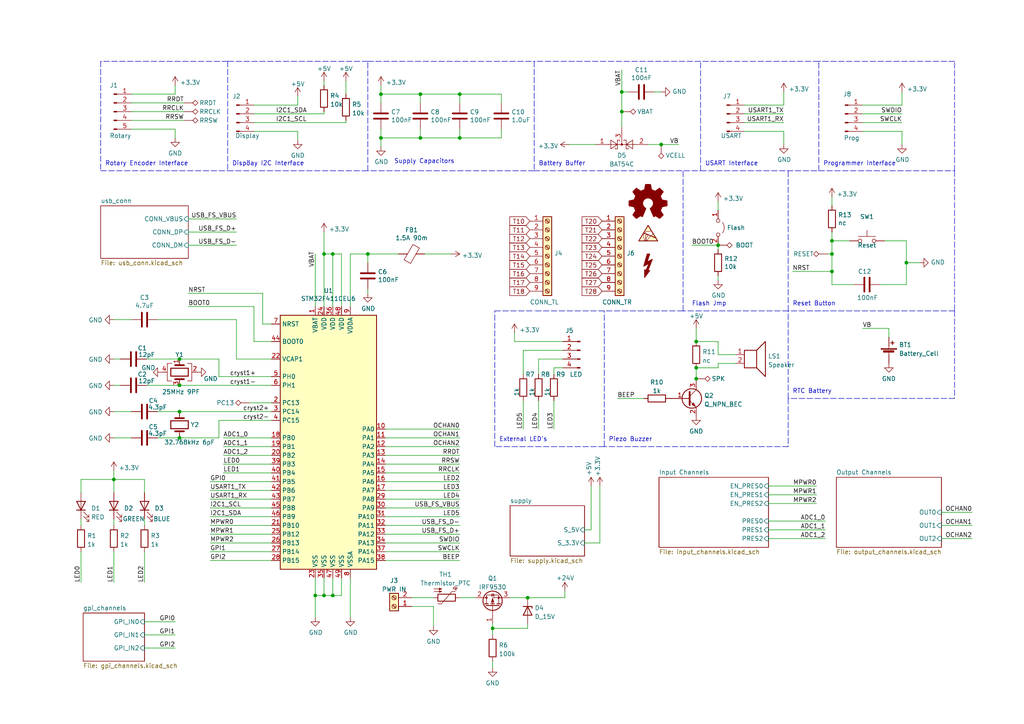
<source format=kicad_sch>
(kicad_sch (version 20211123) (generator eeschema)

  (uuid 949f679f-c6a9-4c5c-99c7-644ace536315)

  (paper "A4")

  (title_block
    (title "FloatPUMP Schematics")
    (date "2022-11-11")
    (rev "1.0")
    (company "robtor.de")
    (comment 1 "Controller board for up to 3 water pumps")
    (comment 2 "measuring capabilities with piezoresistive pressure sensors")
    (comment 3 "sensor input Range 4mA-20mA")
  )

  

  (junction (at 91.44 172.72) (diameter 0) (color 0 0 0 0)
    (uuid 0c1b88cb-a078-4181-b19e-b5625c47d08a)
  )
  (junction (at 153.035 173.355) (diameter 0) (color 0 0 0 0)
    (uuid 1352fb65-da20-4a42-aad4-f9d19e5b5394)
  )
  (junction (at 96.52 73.66) (diameter 0) (color 0 0 0 0)
    (uuid 1b60fcfc-a270-4122-b967-c7c9c4b63403)
  )
  (junction (at 191.77 41.91) (diameter 0) (color 0 0 0 0)
    (uuid 1c5a68ea-fed7-43b9-a37a-435ca33d5ec4)
  )
  (junction (at 142.875 182.245) (diameter 0) (color 0 0 0 0)
    (uuid 1f2e7c06-7bbc-415a-aa2f-629ef66fd57a)
  )
  (junction (at 133.35 27.305) (diameter 0) (color 0 0 0 0)
    (uuid 2753d945-ace6-4480-9faf-9137856303ea)
  )
  (junction (at 121.92 40.005) (diameter 0) (color 0 0 0 0)
    (uuid 39d0e9d0-a702-4c04-bc3c-653ef4f0c50e)
  )
  (junction (at 241.3 73.66) (diameter 0) (color 0 0 0 0)
    (uuid 4cd454dd-343a-4999-b869-a7127a4d9978)
  )
  (junction (at 121.92 27.305) (diameter 0) (color 0 0 0 0)
    (uuid 4f94cfba-8412-4c60-a31b-e6d995934dc1)
  )
  (junction (at 96.52 172.72) (diameter 0) (color 0 0 0 0)
    (uuid 5793e5cf-aaeb-41cc-8318-bb2419c1b81f)
  )
  (junction (at 52.07 127) (diameter 0) (color 0 0 0 0)
    (uuid 5a70c532-5383-43bb-b441-21ca36bd2484)
  )
  (junction (at 110.49 40.005) (diameter 0) (color 0 0 0 0)
    (uuid 6f88fca4-4670-437c-9fd1-4ebd76593daa)
  )
  (junction (at 241.3 78.74) (diameter 0) (color 0 0 0 0)
    (uuid 70750f1a-6a6e-4571-87e8-e96d7814c66f)
  )
  (junction (at 201.93 109.855) (diameter 0) (color 0 0 0 0)
    (uuid 9036384e-eee5-4451-b7e7-87842d0d6fca)
  )
  (junction (at 262.89 76.2) (diameter 0) (color 0 0 0 0)
    (uuid 92a2589f-ae05-42af-aab0-9bfaaa2a73f1)
  )
  (junction (at 133.35 40.005) (diameter 0) (color 0 0 0 0)
    (uuid 9569d29f-17d3-40a7-b073-1b7eb9687b43)
  )
  (junction (at 52.07 104.14) (diameter 0) (color 0 0 0 0)
    (uuid 97bd1d07-8f04-442c-80ac-c95cf3f51efe)
  )
  (junction (at 52.07 119.38) (diameter 0) (color 0 0 0 0)
    (uuid a0900619-a580-41eb-9fbb-5149e9a28aef)
  )
  (junction (at 33.02 139.065) (diameter 0) (color 0 0 0 0)
    (uuid a4b63938-0a30-421e-a83e-07ee3a44f405)
  )
  (junction (at 52.07 111.76) (diameter 0) (color 0 0 0 0)
    (uuid a70dc485-cc49-4e1f-b1ec-eb9c56462344)
  )
  (junction (at 180.34 26.67) (diameter 0) (color 0 0 0 0)
    (uuid bf64b8d9-04f8-4bac-906b-3f89e12e5d32)
  )
  (junction (at 201.93 106.68) (diameter 0) (color 0 0 0 0)
    (uuid d85d001d-db06-423e-99e2-d2c9676bf6eb)
  )
  (junction (at 106.68 73.66) (diameter 0) (color 0 0 0 0)
    (uuid dbb72415-af02-4b41-adad-978e86e84f5e)
  )
  (junction (at 208.28 71.12) (diameter 0) (color 0 0 0 0)
    (uuid dc71b394-38ca-4c3c-a2a5-7ef7a670c49b)
  )
  (junction (at 110.49 27.305) (diameter 0) (color 0 0 0 0)
    (uuid dee204e1-3149-4bb4-b821-dbc11df06a18)
  )
  (junction (at 93.98 73.66) (diameter 0) (color 0 0 0 0)
    (uuid ebee7b2d-9f75-4529-9377-97f671d1e3dc)
  )
  (junction (at 201.93 99.06) (diameter 0) (color 0 0 0 0)
    (uuid ec8c2ca1-97d3-4d7c-af64-6cbbbe597d8b)
  )
  (junction (at 93.98 172.72) (diameter 0) (color 0 0 0 0)
    (uuid ed19ccea-cfd8-433f-8938-ca1dd302430c)
  )
  (junction (at 180.34 32.385) (diameter 0) (color 0 0 0 0)
    (uuid f486435c-c972-42e4-8219-35ab13b3a285)
  )
  (junction (at 241.3 69.85) (diameter 0) (color 0 0 0 0)
    (uuid f93f0caf-de38-451e-8ca0-f8175bc6663c)
  )

  (wire (pts (xy 64.77 129.54) (xy 78.74 129.54))
    (stroke (width 0) (type default) (color 0 0 0 0))
    (uuid 011b2a2a-a574-42b5-999f-7ed9d9776a43)
  )
  (polyline (pts (xy 175.26 129.54) (xy 175.26 90.17))
    (stroke (width 0) (type default) (color 0 0 0 0))
    (uuid 01d42531-06ff-458e-91d1-5b96d3f8b385)
  )

  (wire (pts (xy 182.245 26.67) (xy 180.34 26.67))
    (stroke (width 0) (type default) (color 0 0 0 0))
    (uuid 0228648f-fd85-4f7f-9204-53610241d2b9)
  )
  (wire (pts (xy 38.1 119.38) (xy 33.02 119.38))
    (stroke (width 0) (type default) (color 0 0 0 0))
    (uuid 036a7d28-05ab-4651-ba1c-47fa1d863421)
  )
  (wire (pts (xy 73.66 99.06) (xy 73.66 88.9))
    (stroke (width 0) (type default) (color 0 0 0 0))
    (uuid 03a5e9df-cec7-4991-b6d5-c82d388e8d2e)
  )
  (wire (pts (xy 255.27 82.55) (xy 262.89 82.55))
    (stroke (width 0) (type default) (color 0 0 0 0))
    (uuid 062011a8-2b6e-42bc-aa5b-790abf63d348)
  )
  (wire (pts (xy 99.06 73.66) (xy 96.52 73.66))
    (stroke (width 0) (type default) (color 0 0 0 0))
    (uuid 06a42763-2f97-4419-84a6-ef6ea2a60fb4)
  )
  (wire (pts (xy 125.73 175.895) (xy 125.73 181.61))
    (stroke (width 0) (type default) (color 0 0 0 0))
    (uuid 07bc83a8-62a6-4bc6-a183-17b07f743dc3)
  )
  (wire (pts (xy 121.92 27.305) (xy 121.92 29.845))
    (stroke (width 0) (type default) (color 0 0 0 0))
    (uuid 08d4cfaf-b332-40f7-973c-66684e7a54a3)
  )
  (wire (pts (xy 110.49 27.305) (xy 110.49 29.845))
    (stroke (width 0) (type default) (color 0 0 0 0))
    (uuid 0a637dc5-5627-4329-935c-c4f041de6385)
  )
  (wire (pts (xy 93.98 33.02) (xy 93.98 32.385))
    (stroke (width 0) (type default) (color 0 0 0 0))
    (uuid 0bd2a9c0-96d6-44df-80fd-f97264a8b783)
  )
  (wire (pts (xy 52.07 104.14) (xy 42.545 104.14))
    (stroke (width 0) (type default) (color 0 0 0 0))
    (uuid 0c6fff14-bb97-4dc3-9f20-62bec77994c6)
  )
  (wire (pts (xy 78.74 119.38) (xy 52.07 119.38))
    (stroke (width 0) (type default) (color 0 0 0 0))
    (uuid 0e162795-22a7-4501-b03f-b283bb5650d9)
  )
  (wire (pts (xy 201.93 109.855) (xy 201.93 110.49))
    (stroke (width 0) (type default) (color 0 0 0 0))
    (uuid 0f47fb04-026a-4afa-9bfe-15f03def5d6b)
  )
  (wire (pts (xy 149.225 99.06) (xy 163.195 99.06))
    (stroke (width 0) (type default) (color 0 0 0 0))
    (uuid 126099d8-8b2d-4e87-990f-1fb99894d4b1)
  )
  (polyline (pts (xy 106.68 49.53) (xy 106.68 17.78))
    (stroke (width 0) (type default) (color 0 0 0 0))
    (uuid 14d3863a-1c03-4d48-a032-61ae3a0ad5c1)
  )

  (wire (pts (xy 78.74 132.08) (xy 64.77 132.08))
    (stroke (width 0) (type default) (color 0 0 0 0))
    (uuid 152be6bd-f8d6-47e9-9b6b-09485d01579b)
  )
  (wire (pts (xy 93.98 172.72) (xy 91.44 172.72))
    (stroke (width 0) (type default) (color 0 0 0 0))
    (uuid 16e9575c-a847-468f-810e-95497dadeb97)
  )
  (polyline (pts (xy 228.6 115.57) (xy 228.6 129.54))
    (stroke (width 0) (type default) (color 0 0 0 0))
    (uuid 17487b2e-2390-4106-a427-c6c54336dd3f)
  )
  (polyline (pts (xy 228.6 90.17) (xy 198.12 90.17))
    (stroke (width 0) (type default) (color 0 0 0 0))
    (uuid 191311d6-5bf7-47a9-ae1e-6b521cf3ea32)
  )

  (wire (pts (xy 60.96 149.86) (xy 78.74 149.86))
    (stroke (width 0) (type default) (color 0 0 0 0))
    (uuid 196b514b-b3f6-4344-904e-bca015040e93)
  )
  (wire (pts (xy 106.68 83.82) (xy 106.68 85.09))
    (stroke (width 0) (type default) (color 0 0 0 0))
    (uuid 1a8290e9-c445-4b51-b8b0-45fcbf671219)
  )
  (wire (pts (xy 41.91 142.875) (xy 41.91 139.065))
    (stroke (width 0) (type default) (color 0 0 0 0))
    (uuid 1ad7936f-a45d-43a3-8729-3f6ad34b3bbe)
  )
  (wire (pts (xy 208.28 80.01) (xy 208.28 81.28))
    (stroke (width 0) (type default) (color 0 0 0 0))
    (uuid 1b373a0f-a405-4f7c-be0d-0a515d48b205)
  )
  (wire (pts (xy 119.38 175.895) (xy 125.73 175.895))
    (stroke (width 0) (type default) (color 0 0 0 0))
    (uuid 1bd8d612-e272-4d35-ba59-ea5675b3dee2)
  )
  (wire (pts (xy 111.76 127) (xy 133.35 127))
    (stroke (width 0) (type default) (color 0 0 0 0))
    (uuid 1dc46e87-a953-4f20-a4d4-4ecede78d2eb)
  )
  (wire (pts (xy 111.76 157.48) (xy 133.35 157.48))
    (stroke (width 0) (type default) (color 0 0 0 0))
    (uuid 1dd42d41-b809-42ae-b6a5-91ce0f5409f7)
  )
  (wire (pts (xy 100.33 23.495) (xy 100.33 27.305))
    (stroke (width 0) (type default) (color 0 0 0 0))
    (uuid 1e65348d-0394-491b-9696-4c8b7499f309)
  )
  (wire (pts (xy 215.9 35.56) (xy 227.33 35.56))
    (stroke (width 0) (type default) (color 0 0 0 0))
    (uuid 1f4d482a-d80d-48b4-a443-e0ca391c4f86)
  )
  (wire (pts (xy 241.3 69.85) (xy 241.3 73.66))
    (stroke (width 0) (type default) (color 0 0 0 0))
    (uuid 22a0b2d5-d975-4c12-bf03-7470074fed54)
  )
  (wire (pts (xy 96.52 167.64) (xy 96.52 172.72))
    (stroke (width 0) (type default) (color 0 0 0 0))
    (uuid 22f22dbe-16ed-4088-a875-5700f66d16da)
  )
  (wire (pts (xy 241.3 78.74) (xy 229.87 78.74))
    (stroke (width 0) (type default) (color 0 0 0 0))
    (uuid 2400f930-cf6d-41a8-baef-3048725f3a5b)
  )
  (wire (pts (xy 208.28 99.06) (xy 208.28 102.87))
    (stroke (width 0) (type default) (color 0 0 0 0))
    (uuid 268b38a4-5791-4865-b036-a0203f8e626d)
  )
  (wire (pts (xy 163.195 101.6) (xy 151.765 101.6))
    (stroke (width 0) (type default) (color 0 0 0 0))
    (uuid 27394eba-9cc1-4464-8a20-cc6a5fec851e)
  )
  (wire (pts (xy 133.35 40.005) (xy 145.415 40.005))
    (stroke (width 0) (type default) (color 0 0 0 0))
    (uuid 29120252-d73c-4a5c-b87f-011abc045fcf)
  )
  (wire (pts (xy 38.1 27.305) (xy 50.8 27.305))
    (stroke (width 0) (type default) (color 0 0 0 0))
    (uuid 2a745fcb-09cd-409b-a911-81fd22f368af)
  )
  (wire (pts (xy 41.91 187.96) (xy 50.8 187.96))
    (stroke (width 0) (type default) (color 0 0 0 0))
    (uuid 2abcf069-19de-44b8-a6b8-4d5ee2f7d656)
  )
  (wire (pts (xy 111.76 160.02) (xy 133.35 160.02))
    (stroke (width 0) (type default) (color 0 0 0 0))
    (uuid 2e15e8aa-7905-4170-bb81-958c9c2c74db)
  )
  (wire (pts (xy 52.07 111.76) (xy 42.545 111.76))
    (stroke (width 0) (type default) (color 0 0 0 0))
    (uuid 2e2ea9dc-2e78-48b2-a918-779655a2f4bb)
  )
  (wire (pts (xy 111.76 147.32) (xy 133.35 147.32))
    (stroke (width 0) (type default) (color 0 0 0 0))
    (uuid 2e4f3627-f43e-4331-8ab0-f5d657fd4ada)
  )
  (polyline (pts (xy 66.04 17.78) (xy 29.21 17.78))
    (stroke (width 0) (type default) (color 0 0 0 0))
    (uuid 2e6a35eb-6636-4c39-9b2b-0859e1c94ec8)
  )

  (wire (pts (xy 153.035 180.975) (xy 153.035 182.245))
    (stroke (width 0) (type default) (color 0 0 0 0))
    (uuid 2f2e35f4-29a5-4538-bc86-29219fef50b1)
  )
  (polyline (pts (xy 66.04 49.53) (xy 106.68 49.53))
    (stroke (width 0) (type default) (color 0 0 0 0))
    (uuid 3010d011-eabc-4cec-b667-b7b1111e3ea0)
  )

  (wire (pts (xy 250.19 33.02) (xy 261.62 33.02))
    (stroke (width 0) (type default) (color 0 0 0 0))
    (uuid 30260a6a-a0b0-4b42-95c3-26be610ecc3e)
  )
  (wire (pts (xy 156.21 116.205) (xy 156.21 124.46))
    (stroke (width 0) (type default) (color 0 0 0 0))
    (uuid 303ae7a7-4a06-4b35-a5ee-99b6d0ccce36)
  )
  (wire (pts (xy 33.02 111.76) (xy 34.925 111.76))
    (stroke (width 0) (type default) (color 0 0 0 0))
    (uuid 30c2d75b-0aa4-4c8b-abd3-15a8940150c1)
  )
  (wire (pts (xy 23.495 142.875) (xy 23.495 139.065))
    (stroke (width 0) (type default) (color 0 0 0 0))
    (uuid 30c6d872-e47d-4ced-8e4c-2dd7b663d734)
  )
  (wire (pts (xy 133.35 27.305) (xy 121.92 27.305))
    (stroke (width 0) (type default) (color 0 0 0 0))
    (uuid 31ddafb9-61de-4674-b559-9e8bd04c8807)
  )
  (wire (pts (xy 171.45 140.97) (xy 171.45 153.67))
    (stroke (width 0) (type default) (color 0 0 0 0))
    (uuid 32552d8d-ef82-40d3-aa95-d5b169fab07e)
  )
  (wire (pts (xy 201.93 99.06) (xy 208.28 99.06))
    (stroke (width 0) (type default) (color 0 0 0 0))
    (uuid 32a972fc-0c88-44e2-804d-656cd9a1d817)
  )
  (polyline (pts (xy 154.94 49.53) (xy 106.68 49.53))
    (stroke (width 0) (type default) (color 0 0 0 0))
    (uuid 32b4cc52-0f7d-4657-a812-f0ec32bb962f)
  )

  (wire (pts (xy 133.35 37.465) (xy 133.35 40.005))
    (stroke (width 0) (type default) (color 0 0 0 0))
    (uuid 339df927-10f1-44cb-aa5f-82bfd46240c7)
  )
  (wire (pts (xy 78.74 144.78) (xy 60.96 144.78))
    (stroke (width 0) (type default) (color 0 0 0 0))
    (uuid 35e191e7-0681-4caa-ab56-bca67244817b)
  )
  (polyline (pts (xy 143.51 90.17) (xy 154.94 90.17))
    (stroke (width 0) (type default) (color 0 0 0 0))
    (uuid 361b2945-3ddb-479e-87ba-da3a8981f58f)
  )

  (wire (pts (xy 142.875 180.975) (xy 142.875 182.245))
    (stroke (width 0) (type default) (color 0 0 0 0))
    (uuid 36d79d45-65d5-41e5-8d80-43f14f1c4944)
  )
  (wire (pts (xy 78.74 139.7) (xy 60.96 139.7))
    (stroke (width 0) (type default) (color 0 0 0 0))
    (uuid 375fb2af-999a-47fb-b314-c5ed0dda8fca)
  )
  (wire (pts (xy 123.19 73.66) (xy 130.81 73.66))
    (stroke (width 0) (type default) (color 0 0 0 0))
    (uuid 398e575e-ffcc-47d3-99bb-d2398359704a)
  )
  (wire (pts (xy 160.655 106.68) (xy 160.655 108.585))
    (stroke (width 0) (type default) (color 0 0 0 0))
    (uuid 3a1fc013-e799-4688-ae20-2bbf502da68b)
  )
  (wire (pts (xy 250.19 30.48) (xy 261.62 30.48))
    (stroke (width 0) (type default) (color 0 0 0 0))
    (uuid 3a77ad2c-5616-4b44-93df-e454912b8b77)
  )
  (wire (pts (xy 111.76 124.46) (xy 133.35 124.46))
    (stroke (width 0) (type default) (color 0 0 0 0))
    (uuid 3bb1b200-9bd3-4ca2-a3fe-ceac65ba2f22)
  )
  (wire (pts (xy 151.765 116.205) (xy 151.765 124.46))
    (stroke (width 0) (type default) (color 0 0 0 0))
    (uuid 3c68ad2c-9010-4ef7-bedd-f009382cb08f)
  )
  (wire (pts (xy 250.19 95.25) (xy 257.81 95.25))
    (stroke (width 0) (type default) (color 0 0 0 0))
    (uuid 3eff4e29-2225-4c7e-8279-6d6efa2d67e4)
  )
  (wire (pts (xy 247.65 82.55) (xy 241.3 82.55))
    (stroke (width 0) (type default) (color 0 0 0 0))
    (uuid 3f407738-52f9-487e-96ff-574567b43890)
  )
  (wire (pts (xy 45.72 92.71) (xy 68.58 92.71))
    (stroke (width 0) (type default) (color 0 0 0 0))
    (uuid 400b7b23-e399-48ba-af02-3f8bdfca3c55)
  )
  (wire (pts (xy 111.76 129.54) (xy 133.35 129.54))
    (stroke (width 0) (type default) (color 0 0 0 0))
    (uuid 4015be1a-c6e1-42db-af6f-c161f489ea1f)
  )
  (wire (pts (xy 33.02 160.02) (xy 33.02 168.91))
    (stroke (width 0) (type default) (color 0 0 0 0))
    (uuid 4118162d-0e05-4908-9a1f-c7016575bccb)
  )
  (polyline (pts (xy 29.21 17.78) (xy 29.21 49.53))
    (stroke (width 0) (type default) (color 0 0 0 0))
    (uuid 41b6e1ba-5c99-4fd7-9c65-c4fb07c70188)
  )

  (wire (pts (xy 191.77 41.91) (xy 196.85 41.91))
    (stroke (width 0) (type default) (color 0 0 0 0))
    (uuid 424267dd-6303-4018-aae0-34d62814fcba)
  )
  (wire (pts (xy 99.06 167.64) (xy 99.06 172.72))
    (stroke (width 0) (type default) (color 0 0 0 0))
    (uuid 424d7750-ddcd-4f41-93ea-a6761834f91c)
  )
  (wire (pts (xy 222.885 140.97) (xy 236.855 140.97))
    (stroke (width 0) (type default) (color 0 0 0 0))
    (uuid 438c390e-2817-4262-9bb8-264a62f66854)
  )
  (wire (pts (xy 111.76 137.16) (xy 133.35 137.16))
    (stroke (width 0) (type default) (color 0 0 0 0))
    (uuid 4390a55c-a8f9-4caf-a838-233bb3ce27aa)
  )
  (wire (pts (xy 241.3 73.66) (xy 241.3 78.74))
    (stroke (width 0) (type default) (color 0 0 0 0))
    (uuid 43951137-b2ae-4c0a-b786-c0130baa43cf)
  )
  (wire (pts (xy 68.58 104.14) (xy 78.74 104.14))
    (stroke (width 0) (type default) (color 0 0 0 0))
    (uuid 43c49596-4b82-4ee2-b1be-2aafb6486920)
  )
  (wire (pts (xy 96.52 88.9) (xy 96.52 73.66))
    (stroke (width 0) (type default) (color 0 0 0 0))
    (uuid 4444fd17-a409-4254-92e6-9a69f5880d89)
  )
  (wire (pts (xy 180.34 26.67) (xy 180.34 20.32))
    (stroke (width 0) (type default) (color 0 0 0 0))
    (uuid 44ca684d-985e-45fb-a22b-01e29383cba4)
  )
  (wire (pts (xy 273.05 152.4) (xy 281.94 152.4))
    (stroke (width 0) (type default) (color 0 0 0 0))
    (uuid 44f02c76-ffc0-47e0-9779-2d79a58ff9cf)
  )
  (wire (pts (xy 208.28 58.42) (xy 208.28 60.96))
    (stroke (width 0) (type default) (color 0 0 0 0))
    (uuid 45f77cbe-76c9-4770-945d-6ce9f436791e)
  )
  (polyline (pts (xy 276.86 49.53) (xy 276.86 17.78))
    (stroke (width 0) (type default) (color 0 0 0 0))
    (uuid 4738ad5c-de7a-450c-a864-83a693566efb)
  )
  (polyline (pts (xy 154.94 49.53) (xy 203.2 49.53))
    (stroke (width 0) (type default) (color 0 0 0 0))
    (uuid 4cf2a8ea-f147-45e1-b905-8e01e3488a54)
  )

  (wire (pts (xy 52.07 119.38) (xy 45.72 119.38))
    (stroke (width 0) (type default) (color 0 0 0 0))
    (uuid 4d42688d-59c9-41ed-af68-2d906566e68c)
  )
  (wire (pts (xy 23.495 160.02) (xy 23.495 168.91))
    (stroke (width 0) (type default) (color 0 0 0 0))
    (uuid 4d4de7d2-6a8b-425f-a4ad-2111507b5618)
  )
  (wire (pts (xy 208.28 71.12) (xy 200.66 71.12))
    (stroke (width 0) (type default) (color 0 0 0 0))
    (uuid 4d79ec2b-2fc9-4ba1-b93a-d630912470a0)
  )
  (wire (pts (xy 34.925 104.14) (xy 33.02 104.14))
    (stroke (width 0) (type default) (color 0 0 0 0))
    (uuid 4e0ac502-331a-4340-82b9-dd8d8cee49d0)
  )
  (wire (pts (xy 147.955 173.355) (xy 153.035 173.355))
    (stroke (width 0) (type default) (color 0 0 0 0))
    (uuid 4f950d83-d276-400c-9197-f6b37b6bcb04)
  )
  (wire (pts (xy 227.33 38.1) (xy 227.33 41.91))
    (stroke (width 0) (type default) (color 0 0 0 0))
    (uuid 4fddd78f-1b0d-4365-b740-2df7595c3522)
  )
  (wire (pts (xy 156.21 104.14) (xy 156.21 108.585))
    (stroke (width 0) (type default) (color 0 0 0 0))
    (uuid 505d5465-5d3c-4c20-a903-bb9f0614c27d)
  )
  (wire (pts (xy 111.76 142.24) (xy 133.35 142.24))
    (stroke (width 0) (type default) (color 0 0 0 0))
    (uuid 507dbcec-13ef-491c-9e13-750ae5d08786)
  )
  (polyline (pts (xy 175.26 129.54) (xy 143.51 129.54))
    (stroke (width 0) (type default) (color 0 0 0 0))
    (uuid 51bbc616-36a1-464c-9200-0d0c8edfe960)
  )

  (wire (pts (xy 64.77 137.16) (xy 78.74 137.16))
    (stroke (width 0) (type default) (color 0 0 0 0))
    (uuid 51d162f7-2e8a-4bc7-88c1-e6c065d4b161)
  )
  (polyline (pts (xy 106.68 17.78) (xy 154.94 17.78))
    (stroke (width 0) (type default) (color 0 0 0 0))
    (uuid 55438888-edf4-4cf0-83da-f060d3938df2)
  )

  (wire (pts (xy 262.89 69.85) (xy 262.89 76.2))
    (stroke (width 0) (type default) (color 0 0 0 0))
    (uuid 55587dc1-052d-440c-a761-29091bbb6f2b)
  )
  (wire (pts (xy 163.195 106.68) (xy 160.655 106.68))
    (stroke (width 0) (type default) (color 0 0 0 0))
    (uuid 56073852-e094-44c0-abb8-63498ed962c1)
  )
  (wire (pts (xy 222.885 151.13) (xy 239.395 151.13))
    (stroke (width 0) (type default) (color 0 0 0 0))
    (uuid 5651f317-a2b7-4f02-bafd-3ed49b106af9)
  )
  (wire (pts (xy 111.76 134.62) (xy 133.35 134.62))
    (stroke (width 0) (type default) (color 0 0 0 0))
    (uuid 5675cbe2-6193-4193-a086-51fe846aeda2)
  )
  (wire (pts (xy 145.415 37.465) (xy 145.415 40.005))
    (stroke (width 0) (type default) (color 0 0 0 0))
    (uuid 57dab67d-73b5-4fcb-901b-a69051e35364)
  )
  (wire (pts (xy 76.2 93.98) (xy 76.2 85.09))
    (stroke (width 0) (type default) (color 0 0 0 0))
    (uuid 57fd891c-135f-4c54-af0d-9ea73edf736e)
  )
  (wire (pts (xy 227.33 30.48) (xy 227.33 26.67))
    (stroke (width 0) (type default) (color 0 0 0 0))
    (uuid 58170f19-2867-4e92-aef8-b013ab60ff8b)
  )
  (wire (pts (xy 241.3 57.15) (xy 241.3 59.69))
    (stroke (width 0) (type default) (color 0 0 0 0))
    (uuid 58a18d69-fc34-46c3-b57c-2e4d5b6313a2)
  )
  (wire (pts (xy 151.765 101.6) (xy 151.765 108.585))
    (stroke (width 0) (type default) (color 0 0 0 0))
    (uuid 5ab5fc39-d119-4939-b187-6241bdd9350c)
  )
  (polyline (pts (xy 106.68 17.78) (xy 66.04 17.78))
    (stroke (width 0) (type default) (color 0 0 0 0))
    (uuid 5be033f5-9678-4b75-be3b-55853d81c4f8)
  )

  (wire (pts (xy 121.92 27.305) (xy 110.49 27.305))
    (stroke (width 0) (type default) (color 0 0 0 0))
    (uuid 5c2af2de-18cd-439f-b9b8-856093f4e3ac)
  )
  (wire (pts (xy 153.035 182.245) (xy 142.875 182.245))
    (stroke (width 0) (type default) (color 0 0 0 0))
    (uuid 5cb3a061-bf6b-4a2e-855d-a4d7dd6be83b)
  )
  (wire (pts (xy 241.3 78.74) (xy 241.3 82.55))
    (stroke (width 0) (type default) (color 0 0 0 0))
    (uuid 5d9a5990-dcf8-486e-bfb6-30d6c0b34192)
  )
  (wire (pts (xy 63.5 104.14) (xy 52.07 104.14))
    (stroke (width 0) (type default) (color 0 0 0 0))
    (uuid 5e1d9c1f-58d3-41cd-9eb4-fb2ae3a4b10c)
  )
  (wire (pts (xy 215.9 30.48) (xy 227.33 30.48))
    (stroke (width 0) (type default) (color 0 0 0 0))
    (uuid 5e2838cc-acd7-4c51-bc18-f5f97bf524d9)
  )
  (polyline (pts (xy 29.21 49.53) (xy 66.04 49.53))
    (stroke (width 0) (type default) (color 0 0 0 0))
    (uuid 5fe5e54d-1eb6-4f0a-a978-61e0039cfbf1)
  )

  (wire (pts (xy 63.5 109.22) (xy 63.5 104.14))
    (stroke (width 0) (type default) (color 0 0 0 0))
    (uuid 613967c9-6a2a-45ae-bf78-98e4612f5d55)
  )
  (wire (pts (xy 240.03 73.66) (xy 241.3 73.66))
    (stroke (width 0) (type default) (color 0 0 0 0))
    (uuid 6142ef34-97be-4c90-9ca7-e387753b518a)
  )
  (wire (pts (xy 101.6 88.9) (xy 101.6 73.66))
    (stroke (width 0) (type default) (color 0 0 0 0))
    (uuid 618c3501-0e3a-49e5-8b16-1ffee4adee40)
  )
  (wire (pts (xy 222.885 156.21) (xy 239.395 156.21))
    (stroke (width 0) (type default) (color 0 0 0 0))
    (uuid 62b8cb17-877a-45b0-821a-c147661d06ec)
  )
  (wire (pts (xy 241.3 69.85) (xy 246.38 69.85))
    (stroke (width 0) (type default) (color 0 0 0 0))
    (uuid 62d616c4-a645-4785-83f4-e7b9176541bd)
  )
  (wire (pts (xy 262.89 76.2) (xy 266.7 76.2))
    (stroke (width 0) (type default) (color 0 0 0 0))
    (uuid 63c78302-c24d-424c-9283-52ae93200987)
  )
  (wire (pts (xy 63.5 121.92) (xy 63.5 127))
    (stroke (width 0) (type default) (color 0 0 0 0))
    (uuid 65a211f6-d005-41c5-aeb4-31d7e06acfc2)
  )
  (wire (pts (xy 64.77 134.62) (xy 78.74 134.62))
    (stroke (width 0) (type default) (color 0 0 0 0))
    (uuid 68877676-f185-4ce5-994a-3e7cd8c4b619)
  )
  (wire (pts (xy 111.76 152.4) (xy 133.35 152.4))
    (stroke (width 0) (type default) (color 0 0 0 0))
    (uuid 69502565-c8b7-43eb-99e0-3580594b1098)
  )
  (wire (pts (xy 201.93 106.68) (xy 201.93 109.855))
    (stroke (width 0) (type default) (color 0 0 0 0))
    (uuid 69ab2ff6-8d0a-4e41-8e1a-1caf0870f3b7)
  )
  (wire (pts (xy 201.93 95.25) (xy 201.93 99.06))
    (stroke (width 0) (type default) (color 0 0 0 0))
    (uuid 6c7d8008-17da-4be5-b57e-dfb877a7ef32)
  )
  (wire (pts (xy 121.92 37.465) (xy 121.92 40.005))
    (stroke (width 0) (type default) (color 0 0 0 0))
    (uuid 6ce9cb44-7b50-4bf3-98c7-6ca59e7305b2)
  )
  (wire (pts (xy 145.415 29.845) (xy 145.415 27.305))
    (stroke (width 0) (type default) (color 0 0 0 0))
    (uuid 6dd36aa5-6a60-4752-8a21-1772effb9f07)
  )
  (polyline (pts (xy 276.86 17.78) (xy 237.49 17.78))
    (stroke (width 0) (type default) (color 0 0 0 0))
    (uuid 6fd2b7a8-9e41-4aa1-88b4-f9ee307d1b4b)
  )

  (wire (pts (xy 78.74 111.76) (xy 52.07 111.76))
    (stroke (width 0) (type default) (color 0 0 0 0))
    (uuid 715db6a8-aaa0-46b4-addd-972ee71b75dc)
  )
  (wire (pts (xy 110.49 37.465) (xy 110.49 40.005))
    (stroke (width 0) (type default) (color 0 0 0 0))
    (uuid 71b00c47-caef-48f6-91be-7f1855a1e2c0)
  )
  (wire (pts (xy 111.76 132.08) (xy 133.35 132.08))
    (stroke (width 0) (type default) (color 0 0 0 0))
    (uuid 72cc00e4-7e53-46d8-858f-e435f5b37f05)
  )
  (wire (pts (xy 201.93 106.68) (xy 208.28 106.68))
    (stroke (width 0) (type default) (color 0 0 0 0))
    (uuid 743fef08-4881-4afb-adde-ee5bd2198117)
  )
  (wire (pts (xy 241.3 67.31) (xy 241.3 69.85))
    (stroke (width 0) (type default) (color 0 0 0 0))
    (uuid 748c549b-7c57-462b-9f39-c28eb0045225)
  )
  (wire (pts (xy 215.9 38.1) (xy 227.33 38.1))
    (stroke (width 0) (type default) (color 0 0 0 0))
    (uuid 74d4a3c7-cc41-4e0e-b616-9fc3c358b2ae)
  )
  (wire (pts (xy 121.92 40.005) (xy 110.49 40.005))
    (stroke (width 0) (type default) (color 0 0 0 0))
    (uuid 752a7bdc-59a7-4a9e-ae9b-a35465dc8e0c)
  )
  (wire (pts (xy 93.98 88.9) (xy 93.98 73.66))
    (stroke (width 0) (type default) (color 0 0 0 0))
    (uuid 75594c3c-e55b-4454-809c-0a72aa43af83)
  )
  (wire (pts (xy 222.885 153.67) (xy 239.395 153.67))
    (stroke (width 0) (type default) (color 0 0 0 0))
    (uuid 769aead0-25d0-4594-84cb-d6b74ceb8cd8)
  )
  (wire (pts (xy 23.495 139.065) (xy 33.02 139.065))
    (stroke (width 0) (type default) (color 0 0 0 0))
    (uuid 78ce4bcf-16dc-4d77-99b5-ce1b3e6d1d63)
  )
  (wire (pts (xy 261.62 30.48) (xy 261.62 26.67))
    (stroke (width 0) (type default) (color 0 0 0 0))
    (uuid 78f1b9a8-ca0e-4e8c-91b8-a46bcfebec64)
  )
  (wire (pts (xy 169.545 153.67) (xy 171.45 153.67))
    (stroke (width 0) (type default) (color 0 0 0 0))
    (uuid 7c1300bc-e1a7-4d72-bfe2-bffc21d5f5e3)
  )
  (wire (pts (xy 73.66 88.9) (xy 54.61 88.9))
    (stroke (width 0) (type default) (color 0 0 0 0))
    (uuid 7c20a18a-318c-4e79-afcf-a3e87eb69a53)
  )
  (wire (pts (xy 153.035 173.355) (xy 163.83 173.355))
    (stroke (width 0) (type default) (color 0 0 0 0))
    (uuid 7c60ca1a-91e0-4fe6-a048-42e3f6f265ec)
  )
  (wire (pts (xy 99.06 172.72) (xy 96.52 172.72))
    (stroke (width 0) (type default) (color 0 0 0 0))
    (uuid 7ee436ac-423d-4d29-90ad-39fdc300fae0)
  )
  (wire (pts (xy 68.58 92.71) (xy 68.58 104.14))
    (stroke (width 0) (type default) (color 0 0 0 0))
    (uuid 837370a5-1290-49d7-96e4-d4c2412ac873)
  )
  (wire (pts (xy 96.52 172.72) (xy 93.98 172.72))
    (stroke (width 0) (type default) (color 0 0 0 0))
    (uuid 84a2320f-8ad9-4501-8628-7ca6e418f956)
  )
  (wire (pts (xy 179.07 115.57) (xy 186.69 115.57))
    (stroke (width 0) (type default) (color 0 0 0 0))
    (uuid 87cf9f49-2322-4621-91eb-11035c4cedf8)
  )
  (wire (pts (xy 72.39 116.84) (xy 78.74 116.84))
    (stroke (width 0) (type default) (color 0 0 0 0))
    (uuid 88123869-4c37-45f5-b8c1-72149ea8f4ba)
  )
  (wire (pts (xy 133.35 40.005) (xy 121.92 40.005))
    (stroke (width 0) (type default) (color 0 0 0 0))
    (uuid 88c7d4ef-4a81-4ff0-8236-354227632382)
  )
  (wire (pts (xy 169.545 157.48) (xy 173.99 157.48))
    (stroke (width 0) (type default) (color 0 0 0 0))
    (uuid 88d142d5-00b5-4d86-9b5a-1ce9e7d17cbb)
  )
  (wire (pts (xy 160.655 116.205) (xy 160.655 124.46))
    (stroke (width 0) (type default) (color 0 0 0 0))
    (uuid 8afd873f-9a06-4b39-ab04-49f0059f061b)
  )
  (wire (pts (xy 41.91 184.15) (xy 50.8 184.15))
    (stroke (width 0) (type default) (color 0 0 0 0))
    (uuid 8b4e071f-9509-4780-a465-03d34bc67608)
  )
  (wire (pts (xy 78.74 109.22) (xy 63.5 109.22))
    (stroke (width 0) (type default) (color 0 0 0 0))
    (uuid 8b558919-c46d-47f8-bf42-0c0ee86f63f0)
  )
  (wire (pts (xy 111.76 139.7) (xy 133.35 139.7))
    (stroke (width 0) (type default) (color 0 0 0 0))
    (uuid 8bf90929-6d2d-4a79-b1a1-138fa542533a)
  )
  (wire (pts (xy 133.35 173.355) (xy 137.795 173.355))
    (stroke (width 0) (type default) (color 0 0 0 0))
    (uuid 8c71accb-9ad4-46a4-99b3-04c04e38d9f1)
  )
  (polyline (pts (xy 154.94 17.78) (xy 154.94 49.53))
    (stroke (width 0) (type default) (color 0 0 0 0))
    (uuid 8d77d4ce-5809-4e16-9db8-9d8672ed5276)
  )

  (wire (pts (xy 73.66 38.1) (xy 86.36 38.1))
    (stroke (width 0) (type default) (color 0 0 0 0))
    (uuid 8d858d92-08ba-438f-a480-02393eb30c20)
  )
  (polyline (pts (xy 237.49 17.78) (xy 203.2 17.78))
    (stroke (width 0) (type default) (color 0 0 0 0))
    (uuid 8f2ebcdd-5322-432c-8de8-6f6fa3726577)
  )

  (wire (pts (xy 86.36 38.1) (xy 86.36 40.64))
    (stroke (width 0) (type default) (color 0 0 0 0))
    (uuid 8f733a2c-4b86-4934-a2e4-283803e72b72)
  )
  (wire (pts (xy 91.44 172.72) (xy 91.44 167.64))
    (stroke (width 0) (type default) (color 0 0 0 0))
    (uuid 911ef457-a362-4278-aeb0-e20b4bb95f57)
  )
  (wire (pts (xy 76.2 85.09) (xy 54.61 85.09))
    (stroke (width 0) (type default) (color 0 0 0 0))
    (uuid 91e5eec5-ba86-4de8-8306-b82359e84f0b)
  )
  (wire (pts (xy 111.76 149.86) (xy 133.35 149.86))
    (stroke (width 0) (type default) (color 0 0 0 0))
    (uuid 93be490e-4a1a-433c-b296-e5201b30adb1)
  )
  (polyline (pts (xy 237.49 49.53) (xy 237.49 17.78))
    (stroke (width 0) (type default) (color 0 0 0 0))
    (uuid 95462dda-11ce-48d0-b7d6-002ca6ca715a)
  )

  (wire (pts (xy 78.74 154.94) (xy 60.96 154.94))
    (stroke (width 0) (type default) (color 0 0 0 0))
    (uuid 95c0b30a-014d-4809-9e39-76cfd21137e8)
  )
  (wire (pts (xy 38.1 32.385) (xy 53.34 32.385))
    (stroke (width 0) (type default) (color 0 0 0 0))
    (uuid 95d61b58-2fd5-43ab-bfd4-cc233f0800db)
  )
  (wire (pts (xy 273.05 156.21) (xy 281.94 156.21))
    (stroke (width 0) (type default) (color 0 0 0 0))
    (uuid 95fa23fd-11b6-43e1-a7ba-9d9bca32c40b)
  )
  (wire (pts (xy 38.1 92.71) (xy 33.02 92.71))
    (stroke (width 0) (type default) (color 0 0 0 0))
    (uuid 964c3381-2dfe-4f42-9493-7645015217dd)
  )
  (wire (pts (xy 33.02 127) (xy 38.1 127))
    (stroke (width 0) (type default) (color 0 0 0 0))
    (uuid 98d42198-ed3b-4bf0-8e91-cbf5646f19a6)
  )
  (wire (pts (xy 93.98 73.66) (xy 93.98 67.31))
    (stroke (width 0) (type default) (color 0 0 0 0))
    (uuid 990602b7-cde7-45dc-92b8-b9c7bf4dd7ac)
  )
  (wire (pts (xy 93.98 167.64) (xy 93.98 172.72))
    (stroke (width 0) (type default) (color 0 0 0 0))
    (uuid 99979f31-c85d-4c90-81ff-676e69fef161)
  )
  (wire (pts (xy 86.36 27.94) (xy 86.36 30.48))
    (stroke (width 0) (type default) (color 0 0 0 0))
    (uuid 9a8e5ffa-9aed-471c-a8e6-a636cf083f34)
  )
  (wire (pts (xy 106.68 76.2) (xy 106.68 73.66))
    (stroke (width 0) (type default) (color 0 0 0 0))
    (uuid 9b08aa48-fde9-4f0c-abdd-7ab3f00ef3e0)
  )
  (wire (pts (xy 149.225 96.52) (xy 149.225 99.06))
    (stroke (width 0) (type default) (color 0 0 0 0))
    (uuid 9b20bafc-d645-4d67-9a2c-e2d16646bed8)
  )
  (wire (pts (xy 78.74 162.56) (xy 60.96 162.56))
    (stroke (width 0) (type default) (color 0 0 0 0))
    (uuid 9b37b30a-3649-4363-8875-f3fb5ec17e65)
  )
  (wire (pts (xy 215.9 33.02) (xy 227.33 33.02))
    (stroke (width 0) (type default) (color 0 0 0 0))
    (uuid 9c1e6565-7a7a-4067-bbd0-872c0268b742)
  )
  (wire (pts (xy 163.195 104.14) (xy 156.21 104.14))
    (stroke (width 0) (type default) (color 0 0 0 0))
    (uuid 9cc9d3c8-ba88-40da-9425-3b87aa46e513)
  )
  (wire (pts (xy 133.35 29.845) (xy 133.35 27.305))
    (stroke (width 0) (type default) (color 0 0 0 0))
    (uuid 9d5e6a18-8b3a-47d4-b855-1b2ca215c734)
  )
  (polyline (pts (xy 198.12 90.17) (xy 198.12 49.53))
    (stroke (width 0) (type default) (color 0 0 0 0))
    (uuid 9ecc751b-0606-4a8f-9372-63a5cb28ad4e)
  )

  (wire (pts (xy 262.89 76.2) (xy 262.89 82.55))
    (stroke (width 0) (type default) (color 0 0 0 0))
    (uuid a05ced30-092c-475f-857c-28f2ada8a95d)
  )
  (polyline (pts (xy 276.86 49.53) (xy 276.86 90.17))
    (stroke (width 0) (type default) (color 0 0 0 0))
    (uuid a0735468-fe8c-4d1d-8469-a88cd0829ac1)
  )

  (wire (pts (xy 54.61 71.12) (xy 68.58 71.12))
    (stroke (width 0) (type default) (color 0 0 0 0))
    (uuid a2a8943b-bcd6-4326-88ce-86d550232544)
  )
  (wire (pts (xy 180.34 32.385) (xy 180.34 36.83))
    (stroke (width 0) (type default) (color 0 0 0 0))
    (uuid a6b1970e-7fb2-4104-ae0a-e27cd049864d)
  )
  (wire (pts (xy 78.74 93.98) (xy 76.2 93.98))
    (stroke (width 0) (type default) (color 0 0 0 0))
    (uuid a89c8429-59bb-42fc-bc75-babaaeef03d9)
  )
  (wire (pts (xy 257.81 97.79) (xy 257.81 95.25))
    (stroke (width 0) (type default) (color 0 0 0 0))
    (uuid a9a9a4b6-8a0f-441d-b901-b6be940df615)
  )
  (wire (pts (xy 73.66 30.48) (xy 86.36 30.48))
    (stroke (width 0) (type default) (color 0 0 0 0))
    (uuid aa3fb47d-c127-41e0-acc4-dce6b0c86d5f)
  )
  (wire (pts (xy 63.5 127) (xy 52.07 127))
    (stroke (width 0) (type default) (color 0 0 0 0))
    (uuid ab6d145b-8b2c-4b78-9fa4-d11fb96ed0e4)
  )
  (wire (pts (xy 50.8 37.465) (xy 50.8 40.005))
    (stroke (width 0) (type default) (color 0 0 0 0))
    (uuid adbff9ca-1914-4369-8ccd-4dec08f28a8e)
  )
  (polyline (pts (xy 228.6 90.17) (xy 228.6 49.53))
    (stroke (width 0) (type default) (color 0 0 0 0))
    (uuid add543ca-adad-4f14-9c6f-90093a2e4561)
  )

  (wire (pts (xy 100.33 35.56) (xy 100.33 34.925))
    (stroke (width 0) (type default) (color 0 0 0 0))
    (uuid ae573e88-cf0e-42aa-83ce-8bd94150ded4)
  )
  (wire (pts (xy 256.54 69.85) (xy 262.89 69.85))
    (stroke (width 0) (type default) (color 0 0 0 0))
    (uuid af6725f5-c846-41f8-b609-4d0d39f7a149)
  )
  (polyline (pts (xy 228.6 115.57) (xy 228.6 90.17))
    (stroke (width 0) (type default) (color 0 0 0 0))
    (uuid b0dad422-ee01-40cf-9bf3-b9abe86989a0)
  )

  (wire (pts (xy 250.19 35.56) (xy 261.62 35.56))
    (stroke (width 0) (type default) (color 0 0 0 0))
    (uuid b12b8d6d-075d-4ebe-8821-613f22e76050)
  )
  (wire (pts (xy 60.96 160.02) (xy 78.74 160.02))
    (stroke (width 0) (type default) (color 0 0 0 0))
    (uuid b27f8d6a-5c79-4388-b709-4ee534ab4242)
  )
  (polyline (pts (xy 198.12 90.17) (xy 154.94 90.17))
    (stroke (width 0) (type default) (color 0 0 0 0))
    (uuid b401eecd-f8bd-4e64-8d28-37b75cfe8ca1)
  )

  (wire (pts (xy 142.875 184.15) (xy 142.875 182.245))
    (stroke (width 0) (type default) (color 0 0 0 0))
    (uuid b4ad7000-feaa-4ba2-9737-d5a3d6b55b74)
  )
  (polyline (pts (xy 276.86 90.17) (xy 228.6 90.17))
    (stroke (width 0) (type default) (color 0 0 0 0))
    (uuid b6056db1-1452-4b70-b01d-a7ba36c5259e)
  )

  (wire (pts (xy 111.76 154.94) (xy 133.35 154.94))
    (stroke (width 0) (type default) (color 0 0 0 0))
    (uuid b7bf21d8-635b-4ba8-931a-f395d90500b3)
  )
  (polyline (pts (xy 66.04 17.78) (xy 66.04 49.53))
    (stroke (width 0) (type default) (color 0 0 0 0))
    (uuid b8414c94-63de-4156-a96e-3fc44e986736)
  )
  (polyline (pts (xy 228.6 129.54) (xy 175.26 129.54))
    (stroke (width 0) (type default) (color 0 0 0 0))
    (uuid b94aeef8-cd3f-4340-9ae1-82d3bb739012)
  )

  (wire (pts (xy 91.44 88.9) (xy 91.44 73.66))
    (stroke (width 0) (type default) (color 0 0 0 0))
    (uuid bb1bb570-2a1a-4394-a465-3e3f93b04bc3)
  )
  (wire (pts (xy 96.52 73.66) (xy 93.98 73.66))
    (stroke (width 0) (type default) (color 0 0 0 0))
    (uuid bc1861f3-bc7f-47c2-9f68-a672fe4e27e5)
  )
  (wire (pts (xy 41.91 150.495) (xy 41.91 152.4))
    (stroke (width 0) (type default) (color 0 0 0 0))
    (uuid bc1cd474-ad2d-4d09-84b6-2427b03dddd2)
  )
  (wire (pts (xy 250.19 38.1) (xy 261.62 38.1))
    (stroke (width 0) (type default) (color 0 0 0 0))
    (uuid bc47ce52-222c-47cd-ad64-1775f2c90d97)
  )
  (wire (pts (xy 110.49 27.305) (xy 110.49 24.765))
    (stroke (width 0) (type default) (color 0 0 0 0))
    (uuid bc776d57-ec50-4332-bcea-30cfae22cb9c)
  )
  (wire (pts (xy 99.06 88.9) (xy 99.06 73.66))
    (stroke (width 0) (type default) (color 0 0 0 0))
    (uuid bcb24732-4854-4f1c-8c63-7ed38b9499fe)
  )
  (wire (pts (xy 208.28 72.39) (xy 208.28 71.12))
    (stroke (width 0) (type default) (color 0 0 0 0))
    (uuid bf9c2abc-32bf-4026-9f6c-082d75f3024c)
  )
  (wire (pts (xy 110.49 40.005) (xy 110.49 42.545))
    (stroke (width 0) (type default) (color 0 0 0 0))
    (uuid c138df99-414c-43c1-acb2-f07d1bf70c11)
  )
  (polyline (pts (xy 203.2 49.53) (xy 237.49 49.53))
    (stroke (width 0) (type default) (color 0 0 0 0))
    (uuid c6af4135-16c4-4238-ad8c-249231c54888)
  )

  (wire (pts (xy 142.875 191.77) (xy 142.875 193.675))
    (stroke (width 0) (type default) (color 0 0 0 0))
    (uuid c6d45b81-ec44-4b56-970c-a8492aebdd20)
  )
  (wire (pts (xy 111.76 162.56) (xy 133.35 162.56))
    (stroke (width 0) (type default) (color 0 0 0 0))
    (uuid c711a49a-c2e7-4fe7-a5e9-375f5e64d2bc)
  )
  (wire (pts (xy 38.1 37.465) (xy 50.8 37.465))
    (stroke (width 0) (type default) (color 0 0 0 0))
    (uuid c80e5648-60ca-4a95-816c-f49b2f0a5777)
  )
  (wire (pts (xy 93.98 23.495) (xy 93.98 24.765))
    (stroke (width 0) (type default) (color 0 0 0 0))
    (uuid c84aefb8-9f08-4261-8cba-cacf291e197d)
  )
  (wire (pts (xy 261.62 38.1) (xy 261.62 41.91))
    (stroke (width 0) (type default) (color 0 0 0 0))
    (uuid cb14be23-ab98-48c6-9abc-b932f63964a4)
  )
  (wire (pts (xy 60.96 142.24) (xy 78.74 142.24))
    (stroke (width 0) (type default) (color 0 0 0 0))
    (uuid cb7bc55a-2323-48ce-92b6-125d73a762b3)
  )
  (wire (pts (xy 91.44 172.72) (xy 91.44 179.07))
    (stroke (width 0) (type default) (color 0 0 0 0))
    (uuid ccc4c377-89ee-44c7-a202-6503eff25fe6)
  )
  (wire (pts (xy 78.74 121.92) (xy 63.5 121.92))
    (stroke (width 0) (type default) (color 0 0 0 0))
    (uuid ce45bb24-479d-4683-aa67-755497195e70)
  )
  (wire (pts (xy 78.74 99.06) (xy 73.66 99.06))
    (stroke (width 0) (type default) (color 0 0 0 0))
    (uuid ce5a1aac-236e-4abf-b1fe-601a38c49f71)
  )
  (wire (pts (xy 222.885 143.51) (xy 236.855 143.51))
    (stroke (width 0) (type default) (color 0 0 0 0))
    (uuid cea0e747-bc0d-4ecc-afdd-051936aac5b3)
  )
  (wire (pts (xy 78.74 127) (xy 64.77 127))
    (stroke (width 0) (type default) (color 0 0 0 0))
    (uuid d0ce3aee-e805-4c59-8762-90f34d751749)
  )
  (wire (pts (xy 33.02 139.065) (xy 33.02 142.875))
    (stroke (width 0) (type default) (color 0 0 0 0))
    (uuid d173243c-9836-4450-b9b9-8164a87447dc)
  )
  (polyline (pts (xy 203.2 17.78) (xy 154.94 17.78))
    (stroke (width 0) (type default) (color 0 0 0 0))
    (uuid d2df2db7-6b1d-41f5-82f6-b44efdb2263a)
  )
  (polyline (pts (xy 276.86 90.17) (xy 276.86 115.57))
    (stroke (width 0) (type default) (color 0 0 0 0))
    (uuid d3ccf262-928e-4d3c-b7fb-10f0fd24e90c)
  )

  (wire (pts (xy 187.96 41.91) (xy 191.77 41.91))
    (stroke (width 0) (type default) (color 0 0 0 0))
    (uuid d59d8e3b-ab91-4e44-a48e-fcab5114ba4b)
  )
  (wire (pts (xy 191.77 26.67) (xy 189.865 26.67))
    (stroke (width 0) (type default) (color 0 0 0 0))
    (uuid d6056601-590e-40a7-8ff6-31fe6146d5f2)
  )
  (wire (pts (xy 106.68 73.66) (xy 115.57 73.66))
    (stroke (width 0) (type default) (color 0 0 0 0))
    (uuid d6810000-b98f-4103-8b13-717f8558ec4e)
  )
  (wire (pts (xy 73.66 33.02) (xy 93.98 33.02))
    (stroke (width 0) (type default) (color 0 0 0 0))
    (uuid d6d2b2a7-d8a5-420f-a284-8759beb962c6)
  )
  (wire (pts (xy 41.91 180.34) (xy 50.8 180.34))
    (stroke (width 0) (type default) (color 0 0 0 0))
    (uuid d7be70c0-432e-4886-8aed-aaaf7b3d6873)
  )
  (wire (pts (xy 50.8 24.765) (xy 50.8 27.305))
    (stroke (width 0) (type default) (color 0 0 0 0))
    (uuid dcff3f94-f6a1-46ab-808f-ff344af909cf)
  )
  (wire (pts (xy 173.99 140.97) (xy 173.99 157.48))
    (stroke (width 0) (type default) (color 0 0 0 0))
    (uuid decffccb-3910-4a00-b471-9086ac1afabe)
  )
  (wire (pts (xy 111.76 144.78) (xy 133.35 144.78))
    (stroke (width 0) (type default) (color 0 0 0 0))
    (uuid dfa0739b-211d-4ea0-b2c6-5d073248355d)
  )
  (wire (pts (xy 78.74 157.48) (xy 60.96 157.48))
    (stroke (width 0) (type default) (color 0 0 0 0))
    (uuid dfed6e74-55ff-41a0-a5be-13947b0d0f22)
  )
  (wire (pts (xy 208.28 105.41) (xy 208.28 106.68))
    (stroke (width 0) (type default) (color 0 0 0 0))
    (uuid e285b06c-3055-4c27-9657-454e5eee412a)
  )
  (wire (pts (xy 38.1 29.845) (xy 53.34 29.845))
    (stroke (width 0) (type default) (color 0 0 0 0))
    (uuid e63bea54-8882-4449-827e-26ac8b2b34b1)
  )
  (wire (pts (xy 33.02 139.065) (xy 41.91 139.065))
    (stroke (width 0) (type default) (color 0 0 0 0))
    (uuid e73a6660-d48a-4e68-81c8-476273629ae8)
  )
  (polyline (pts (xy 143.51 129.54) (xy 143.51 90.17))
    (stroke (width 0) (type default) (color 0 0 0 0))
    (uuid e86f5740-aff8-4cde-80e3-0698a60149a9)
  )

  (wire (pts (xy 73.66 35.56) (xy 100.33 35.56))
    (stroke (width 0) (type default) (color 0 0 0 0))
    (uuid e89fb6a3-31fd-4862-ac4f-9b5b7beccc8e)
  )
  (wire (pts (xy 52.07 127) (xy 45.72 127))
    (stroke (width 0) (type default) (color 0 0 0 0))
    (uuid e90c6fab-6929-4bd3-a2c8-c327741c2207)
  )
  (wire (pts (xy 54.61 63.5) (xy 68.58 63.5))
    (stroke (width 0) (type default) (color 0 0 0 0))
    (uuid e95ae691-6553-4ec9-9bfb-ec7e231ba2ff)
  )
  (wire (pts (xy 33.02 136.525) (xy 33.02 139.065))
    (stroke (width 0) (type default) (color 0 0 0 0))
    (uuid ea1bf3bb-617d-4685-ac7d-38426d0a3177)
  )
  (wire (pts (xy 213.36 105.41) (xy 208.28 105.41))
    (stroke (width 0) (type default) (color 0 0 0 0))
    (uuid eb61c2d7-7968-485e-9d23-94f9df4543ec)
  )
  (wire (pts (xy 41.91 160.02) (xy 41.91 168.91))
    (stroke (width 0) (type default) (color 0 0 0 0))
    (uuid ec5aefdf-0a0a-4e5e-a358-8d55d652d7d9)
  )
  (wire (pts (xy 133.35 27.305) (xy 145.415 27.305))
    (stroke (width 0) (type default) (color 0 0 0 0))
    (uuid eda5650f-4123-47f7-a571-b4cf417c532d)
  )
  (polyline (pts (xy 203.2 49.53) (xy 203.2 17.78))
    (stroke (width 0) (type default) (color 0 0 0 0))
    (uuid ee664fba-5e11-49e9-b568-bf569641899a)
  )

  (wire (pts (xy 273.05 148.59) (xy 281.94 148.59))
    (stroke (width 0) (type default) (color 0 0 0 0))
    (uuid eed5dbbe-9362-46fd-9ec9-8df3ea84b9d9)
  )
  (wire (pts (xy 54.61 67.31) (xy 68.58 67.31))
    (stroke (width 0) (type default) (color 0 0 0 0))
    (uuid efff8124-bdab-4cd3-8181-faad1eb27e4f)
  )
  (wire (pts (xy 101.6 167.64) (xy 101.6 179.07))
    (stroke (width 0) (type default) (color 0 0 0 0))
    (uuid f0332d1f-1208-4b12-a62f-9d973be4942a)
  )
  (wire (pts (xy 208.28 102.87) (xy 213.36 102.87))
    (stroke (width 0) (type default) (color 0 0 0 0))
    (uuid f1c037e2-4968-4b91-93d7-5af5fa892692)
  )
  (wire (pts (xy 165.1 41.91) (xy 172.72 41.91))
    (stroke (width 0) (type default) (color 0 0 0 0))
    (uuid f51f9441-4a22-42ba-84ab-b9f70e0bb738)
  )
  (wire (pts (xy 119.38 173.355) (xy 125.73 173.355))
    (stroke (width 0) (type default) (color 0 0 0 0))
    (uuid f68609f3-db3f-40a8-b141-a9386259ca3b)
  )
  (wire (pts (xy 38.1 34.925) (xy 53.34 34.925))
    (stroke (width 0) (type default) (color 0 0 0 0))
    (uuid f6d7768b-349b-4d15-860f-03353a92b09a)
  )
  (wire (pts (xy 163.83 171.45) (xy 163.83 173.355))
    (stroke (width 0) (type default) (color 0 0 0 0))
    (uuid f76f71dc-9670-4a17-9e2b-07e48dc4b097)
  )
  (wire (pts (xy 23.495 150.495) (xy 23.495 152.4))
    (stroke (width 0) (type default) (color 0 0 0 0))
    (uuid fc22b293-6cee-449d-b5a4-753d9e7bd70e)
  )
  (wire (pts (xy 60.96 147.32) (xy 78.74 147.32))
    (stroke (width 0) (type default) (color 0 0 0 0))
    (uuid fd279f4a-6103-49ab-9aca-9c752647cb31)
  )
  (polyline (pts (xy 276.86 115.57) (xy 228.6 115.57))
    (stroke (width 0) (type default) (color 0 0 0 0))
    (uuid fd2c4dfc-6ee1-4379-9c1d-4105297e3b22)
  )

  (wire (pts (xy 101.6 73.66) (xy 106.68 73.66))
    (stroke (width 0) (type default) (color 0 0 0 0))
    (uuid fd5f488f-02dc-45e3-81dd-6ecd42735c1e)
  )
  (wire (pts (xy 180.34 26.67) (xy 180.34 32.385))
    (stroke (width 0) (type default) (color 0 0 0 0))
    (uuid fdadcd65-f9cd-4782-864d-73f050b8fdc6)
  )
  (wire (pts (xy 78.74 152.4) (xy 60.96 152.4))
    (stroke (width 0) (type default) (color 0 0 0 0))
    (uuid fe800396-56f0-4157-b178-12820e8e71f6)
  )
  (polyline (pts (xy 237.49 49.53) (xy 276.86 49.53))
    (stroke (width 0) (type default) (color 0 0 0 0))
    (uuid ff13df63-79e7-456b-ba33-c7b42181baf1)
  )

  (wire (pts (xy 33.02 150.495) (xy 33.02 152.4))
    (stroke (width 0) (type default) (color 0 0 0 0))
    (uuid ff5f55d8-385c-483e-824c-68c831f6b346)
  )
  (wire (pts (xy 222.885 146.05) (xy 236.855 146.05))
    (stroke (width 0) (type default) (color 0 0 0 0))
    (uuid ffdd8df0-24b8-4804-8c68-0e63bb417a68)
  )

  (text "External LED's" (at 144.78 128.27 0)
    (effects (font (size 1.27 1.27)) (justify left bottom))
    (uuid 017a1a46-f72b-4996-b512-4b634480c4a5)
  )
  (text "RTC Battery" (at 229.87 114.3 0)
    (effects (font (size 1.27 1.27)) (justify left bottom))
    (uuid 0b5885e5-3847-4f5e-80a6-a1d39a0aefd0)
  )
  (text "Dispöay I2C Interface" (at 67.31 48.26 0)
    (effects (font (size 1.27 1.27)) (justify left bottom))
    (uuid 0defbe19-7b19-4a49-8972-10bbc764b5a7)
  )
  (text "Supply Capacitors" (at 114.3 47.625 0)
    (effects (font (size 1.27 1.27)) (justify left bottom))
    (uuid 3e1ba6f1-d940-410a-bd1f-10d2af9a24ae)
  )
  (text "Programmer Interface" (at 238.76 48.26 0)
    (effects (font (size 1.27 1.27)) (justify left bottom))
    (uuid 587138c9-702c-4a25-839b-028ab8a02ae7)
  )
  (text "USART Interface" (at 204.47 48.26 0)
    (effects (font (size 1.27 1.27)) (justify left bottom))
    (uuid 809952c8-24e7-4ea8-bfc0-946fbf63093b)
  )
  (text "Flash Jmp" (at 200.66 88.9 0)
    (effects (font (size 1.27 1.27)) (justify left bottom))
    (uuid a8f2ac5c-add0-4922-966b-0f44cf18ed75)
  )
  (text "Piezo Buzzer" (at 176.53 128.27 0)
    (effects (font (size 1.27 1.27)) (justify left bottom))
    (uuid b94cb03a-bc8a-45e6-aadf-06e0fbd0235f)
  )
  (text "Reset Button" (at 229.87 88.9 0)
    (effects (font (size 1.27 1.27)) (justify left bottom))
    (uuid ce6d8115-7823-4fa9-9e76-4a170d34e0ba)
  )
  (text "Rotary Encoder Interface" (at 30.48 48.26 0)
    (effects (font (size 1.27 1.27)) (justify left bottom))
    (uuid ea567204-ac80-4545-984d-6fca6cd2b7ef)
  )
  (text "Battery Buffer" (at 156.21 48.26 0)
    (effects (font (size 1.27 1.27)) (justify left bottom))
    (uuid eb47dc04-05eb-48cf-ad53-7f358086fc3c)
  )

  (label "ADC1_2" (at 64.77 132.08 0)
    (effects (font (size 1.27 1.27)) (justify left bottom))
    (uuid 01f26101-14e0-49d7-b864-83154aa0392b)
  )
  (label "VB" (at 196.85 41.91 180)
    (effects (font (size 1.27 1.27)) (justify right bottom))
    (uuid 0ad54205-cd37-4326-af0f-448de1ac90d3)
  )
  (label "SWDIO" (at 261.62 33.02 180)
    (effects (font (size 1.27 1.27)) (justify right bottom))
    (uuid 0bafb6c3-29f6-4468-b990-40848bf1ed32)
  )
  (label "NRST" (at 229.87 78.74 0)
    (effects (font (size 1.27 1.27)) (justify left bottom))
    (uuid 0bf3de27-6c87-4257-bdac-61101f34f880)
  )
  (label "I2C1_SCL" (at 80.01 35.56 0)
    (effects (font (size 1.27 1.27)) (justify left bottom))
    (uuid 0bf53b7e-bec3-4f28-b622-5e594121350e)
  )
  (label "LED1" (at 33.02 168.91 90)
    (effects (font (size 1.27 1.27)) (justify left bottom))
    (uuid 0bfc7775-35ea-4265-98df-93644976ab20)
  )
  (label "RRDT" (at 53.34 29.845 180)
    (effects (font (size 1.27 1.27)) (justify right bottom))
    (uuid 0d8cceb6-90fb-424d-ba7e-7e1ec0606a2e)
  )
  (label "GPI1" (at 50.8 184.15 180)
    (effects (font (size 1.27 1.27)) (justify right bottom))
    (uuid 0ef8f704-3780-400d-a7e0-b4d07c8fe5cd)
  )
  (label "USART1_RX" (at 60.96 144.78 0)
    (effects (font (size 1.27 1.27)) (justify left bottom))
    (uuid 10a22105-b5e5-4d0e-baa6-7c8d166cee3a)
  )
  (label "VBAT" (at 91.44 77.47 90)
    (effects (font (size 1.27 1.27)) (justify left bottom))
    (uuid 119583ad-9474-4db5-8169-33e03808748c)
  )
  (label "cryst1+" (at 66.675 109.22 0)
    (effects (font (size 1.27 1.27)) (justify left bottom))
    (uuid 137b70cb-5668-4b92-9118-012903996c43)
  )
  (label "SWDIO" (at 133.35 157.48 180)
    (effects (font (size 1.27 1.27)) (justify right bottom))
    (uuid 1565bb66-b2a0-44b4-9dd5-e36fa0378a13)
  )
  (label "GPI2" (at 50.8 187.96 180)
    (effects (font (size 1.27 1.27)) (justify right bottom))
    (uuid 1db55f4c-c514-41d4-b660-55ed292fa0ac)
  )
  (label "GPI2" (at 60.96 162.56 0)
    (effects (font (size 1.27 1.27)) (justify left bottom))
    (uuid 24971fe2-a935-44f2-8811-c5172cf816be)
  )
  (label "MPWR2" (at 60.96 157.48 0)
    (effects (font (size 1.27 1.27)) (justify left bottom))
    (uuid 2e9ffb67-bf9e-40ec-a54e-c0611c059ca1)
  )
  (label "LED3" (at 160.655 124.46 90)
    (effects (font (size 1.27 1.27)) (justify left bottom))
    (uuid 307a4f5e-b4d0-44d4-b839-15eeef9c5d49)
  )
  (label "USB_FS_D-" (at 133.35 152.4 180)
    (effects (font (size 1.27 1.27)) (justify right bottom))
    (uuid 324c6e2b-aee1-48fe-8d26-b3f3f55229fb)
  )
  (label "LED5" (at 151.765 124.46 90)
    (effects (font (size 1.27 1.27)) (justify left bottom))
    (uuid 3599f4e8-3fb3-4d84-9723-76b40e926b1e)
  )
  (label "LED4" (at 133.35 144.78 180)
    (effects (font (size 1.27 1.27)) (justify right bottom))
    (uuid 37dc14e2-f05a-4b6d-a204-00d1a64fe143)
  )
  (label "BOOT0" (at 200.66 71.12 0)
    (effects (font (size 1.27 1.27)) (justify left bottom))
    (uuid 3c90c2f6-5699-44ff-a0d7-4f2a6987c670)
  )
  (label "OCHAN2" (at 281.94 156.21 180)
    (effects (font (size 1.27 1.27)) (justify right bottom))
    (uuid 40b7033f-56a8-4a37-af8e-e47dd03d953b)
  )
  (label "SWCLK" (at 133.35 160.02 180)
    (effects (font (size 1.27 1.27)) (justify right bottom))
    (uuid 45d6d53a-fad1-4668-9d88-a1119f0ff15a)
  )
  (label "I2C1_SDA" (at 60.96 149.86 0)
    (effects (font (size 1.27 1.27)) (justify left bottom))
    (uuid 4a6336e7-ef02-466a-b414-91780f3b7064)
  )
  (label "USART1_TX" (at 60.96 142.24 0)
    (effects (font (size 1.27 1.27)) (justify left bottom))
    (uuid 4eff8699-ddbb-47d3-b710-c5845377e1d3)
  )
  (label "RRSW" (at 53.34 34.925 180)
    (effects (font (size 1.27 1.27)) (justify right bottom))
    (uuid 55a4774d-4ea8-49d4-874b-a093480f21f3)
  )
  (label "ADC1_1" (at 239.395 153.67 180)
    (effects (font (size 1.27 1.27)) (justify right bottom))
    (uuid 5c7b727e-1cdf-4ecb-9cf1-48558db33af3)
  )
  (label "I2C1_SCL" (at 60.96 147.32 0)
    (effects (font (size 1.27 1.27)) (justify left bottom))
    (uuid 5d2815c4-905c-48f8-804d-0c55f5785a93)
  )
  (label "LED0" (at 64.77 134.62 0)
    (effects (font (size 1.27 1.27)) (justify left bottom))
    (uuid 5d94ff4e-a986-4051-91de-fe0615c8c5cc)
  )
  (label "OCHAN1" (at 133.35 127 180)
    (effects (font (size 1.27 1.27)) (justify right bottom))
    (uuid 61f67028-00f5-4b0a-be62-aa9dfe927cdb)
  )
  (label "USB_FS_VBUS" (at 68.58 63.5 180)
    (effects (font (size 1.27 1.27)) (justify right bottom))
    (uuid 62ee71f9-523d-446c-aaad-63916388e5b1)
  )
  (label "SWCLK" (at 261.62 35.56 180)
    (effects (font (size 1.27 1.27)) (justify right bottom))
    (uuid 652f4aaa-29c6-49c3-98bc-268b651cc5b1)
  )
  (label "OCHAN2" (at 133.35 129.54 180)
    (effects (font (size 1.27 1.27)) (justify right bottom))
    (uuid 69f66d06-f98c-4cb9-99be-0b785b82bb39)
  )
  (label "USB_FS_D-" (at 68.58 71.12 180)
    (effects (font (size 1.27 1.27)) (justify right bottom))
    (uuid 6bf8fb7f-ec37-44f1-887b-868bea2ade29)
  )
  (label "RRSW" (at 133.35 134.62 180)
    (effects (font (size 1.27 1.27)) (justify right bottom))
    (uuid 6cf470ec-cf60-4857-a654-d4f4e879f44f)
  )
  (label "OCHAN0" (at 281.94 148.59 180)
    (effects (font (size 1.27 1.27)) (justify right bottom))
    (uuid 73377c61-4b88-4a36-977d-e4ec19babf5c)
  )
  (label "ADC1_2" (at 239.395 156.21 180)
    (effects (font (size 1.27 1.27)) (justify right bottom))
    (uuid 73e4fcb3-e436-4e5a-af51-d6bac5d5b249)
  )
  (label "USART1_RX" (at 227.33 35.56 180)
    (effects (font (size 1.27 1.27)) (justify right bottom))
    (uuid 79be2177-45e3-4591-b0e4-9f6611d4d304)
  )
  (label "MPWR2" (at 236.855 146.05 180)
    (effects (font (size 1.27 1.27)) (justify right bottom))
    (uuid 80a392e7-6229-4f28-8661-5e6f382ac66b)
  )
  (label "BEEP" (at 133.35 162.56 180)
    (effects (font (size 1.27 1.27)) (justify right bottom))
    (uuid 817e9fb0-0ae3-4e01-a0ef-945961e19efe)
  )
  (label "NRST" (at 54.61 85.09 0)
    (effects (font (size 1.27 1.27)) (justify left bottom))
    (uuid 83d6e466-b1b3-4852-bb18-1870428418d6)
  )
  (label "GPI0" (at 60.96 139.7 0)
    (effects (font (size 1.27 1.27)) (justify left bottom))
    (uuid 861c066b-24a5-40ad-abdb-81ad01a08c52)
  )
  (label "LED2" (at 41.91 168.91 90)
    (effects (font (size 1.27 1.27)) (justify left bottom))
    (uuid 86e6d591-8084-4a92-a5c2-9af4a530888b)
  )
  (label "cryst2-" (at 70.485 121.92 0)
    (effects (font (size 1.27 1.27)) (justify left bottom))
    (uuid 8c5afe24-91c1-402d-b83d-7c0d60b4da4d)
  )
  (label "RRCLK" (at 133.35 137.16 180)
    (effects (font (size 1.27 1.27)) (justify right bottom))
    (uuid 8c8c59e1-1920-4ac6-8ff7-3c1859ce6103)
  )
  (label "LED3" (at 133.35 142.24 180)
    (effects (font (size 1.27 1.27)) (justify right bottom))
    (uuid 908e257c-25af-4b93-adf9-6e79fad23a9e)
  )
  (label "LED1" (at 64.77 137.16 0)
    (effects (font (size 1.27 1.27)) (justify left bottom))
    (uuid 917cc612-5289-41aa-9bc7-d66a48401312)
  )
  (label "LED0" (at 23.495 168.91 90)
    (effects (font (size 1.27 1.27)) (justify left bottom))
    (uuid 9680f7d3-99b4-42f7-b07c-eb99bd686e6f)
  )
  (label "OCHAN0" (at 133.35 124.46 180)
    (effects (font (size 1.27 1.27)) (justify right bottom))
    (uuid 98dfd6c3-376d-4a5a-8d89-816548ad7dfa)
  )
  (label "GPI1" (at 60.96 160.02 0)
    (effects (font (size 1.27 1.27)) (justify left bottom))
    (uuid 9bac1879-0f10-478b-ae7e-2a30ac69a7e4)
  )
  (label "OCHAN1" (at 281.94 152.4 180)
    (effects (font (size 1.27 1.27)) (justify right bottom))
    (uuid a48cef53-7b65-48d3-8e3e-ba6ef4210794)
  )
  (label "cryst1-" (at 66.675 111.76 0)
    (effects (font (size 1.27 1.27)) (justify left bottom))
    (uuid ae581cf0-088b-4a56-a6fb-eb60810c89dc)
  )
  (label "RRCLK" (at 53.34 32.385 180)
    (effects (font (size 1.27 1.27)) (justify right bottom))
    (uuid b58069b1-acff-47e7-ba13-93f0588aca67)
  )
  (label "MPWR0" (at 236.855 140.97 180)
    (effects (font (size 1.27 1.27)) (justify right bottom))
    (uuid b68728c4-75ca-4cd7-a5c4-ca373982ddb1)
  )
  (label "I2C1_SDA" (at 80.01 33.02 0)
    (effects (font (size 1.27 1.27)) (justify left bottom))
    (uuid baf45280-83b2-4a6c-84eb-013ba743c5d2)
  )
  (label "ADC1_1" (at 64.77 129.54 0)
    (effects (font (size 1.27 1.27)) (justify left bottom))
    (uuid bfb2dd11-7539-40fc-ba94-235cdef582c6)
  )
  (label "USB_FS_D+" (at 133.35 154.94 180)
    (effects (font (size 1.27 1.27)) (justify right bottom))
    (uuid c1a44538-f6f8-4af0-9fc5-3f6b11729d3f)
  )
  (label "GPI0" (at 50.8 180.34 180)
    (effects (font (size 1.27 1.27)) (justify right bottom))
    (uuid c5173561-9d82-4d57-8ff1-e5e1372c9298)
  )
  (label "USB_FS_D+" (at 68.58 67.31 180)
    (effects (font (size 1.27 1.27)) (justify right bottom))
    (uuid c79e5f67-4b78-4499-ac27-2e9576ba1f8d)
  )
  (label "cryst2+" (at 70.485 119.38 0)
    (effects (font (size 1.27 1.27)) (justify left bottom))
    (uuid ca8d602e-23d0-43a5-9ef4-fc14701d179e)
  )
  (label "USART1_TX" (at 227.33 33.02 180)
    (effects (font (size 1.27 1.27)) (justify right bottom))
    (uuid d0900990-075f-4812-bd59-e5062bc74f3b)
  )
  (label "VB" (at 250.19 95.25 0)
    (effects (font (size 1.27 1.27)) (justify left bottom))
    (uuid d09618a2-c5e3-4ef4-b0ec-d277f47ec4ff)
  )
  (label "BEEP" (at 179.07 115.57 0)
    (effects (font (size 1.27 1.27)) (justify left bottom))
    (uuid d1a1a029-6cfe-4bbc-97ea-1f0f7e755349)
  )
  (label "LED4" (at 156.21 124.46 90)
    (effects (font (size 1.27 1.27)) (justify left bottom))
    (uuid d44b69dd-a688-4a8c-a170-31b8605fdc4c)
  )
  (label "USB_FS_VBUS" (at 133.35 147.32 180)
    (effects (font (size 1.27 1.27)) (justify right bottom))
    (uuid d5726472-d1c1-480c-8a8e-61e17c0bf72e)
  )
  (label "ADC1_0" (at 64.77 127 0)
    (effects (font (size 1.27 1.27)) (justify left bottom))
    (uuid db27a1de-06c2-4314-b565-a78c9686fafb)
  )
  (label "MPWR1" (at 60.96 154.94 0)
    (effects (font (size 1.27 1.27)) (justify left bottom))
    (uuid dbed082c-31eb-4550-80d7-db601aa7ce1f)
  )
  (label "LED5" (at 133.35 149.86 180)
    (effects (font (size 1.27 1.27)) (justify right bottom))
    (uuid dd05e16a-b4de-451e-8db5-7f04207e0db1)
  )
  (label "BOOT0" (at 54.61 88.9 0)
    (effects (font (size 1.27 1.27)) (justify left bottom))
    (uuid e71e4571-a2c0-4cdc-a885-cb23ad9f49ec)
  )
  (label "RRDT" (at 133.35 132.08 180)
    (effects (font (size 1.27 1.27)) (justify right bottom))
    (uuid e72798e2-9100-4ab4-ad96-f081271afee7)
  )
  (label "MPWR1" (at 236.855 143.51 180)
    (effects (font (size 1.27 1.27)) (justify right bottom))
    (uuid e879d712-18af-4756-8ead-224246068494)
  )
  (label "ADC1_0" (at 239.395 151.13 180)
    (effects (font (size 1.27 1.27)) (justify right bottom))
    (uuid f4ee6f32-763f-41f0-8d36-ac7648c57b21)
  )
  (label "VBAT" (at 180.34 20.32 270)
    (effects (font (size 1.27 1.27)) (justify right bottom))
    (uuid f5b2e692-3243-408a-9160-bd207d3e0414)
  )
  (label "MPWR0" (at 60.96 152.4 0)
    (effects (font (size 1.27 1.27)) (justify left bottom))
    (uuid f69fcc53-2631-45de-87bf-6432155144f3)
  )
  (label "LED2" (at 133.35 139.7 180)
    (effects (font (size 1.27 1.27)) (justify right bottom))
    (uuid f9f54305-2c45-4ef0-946a-c21c0b533443)
  )

  (global_label "T15" (shape input) (at 153.67 76.835 180) (fields_autoplaced)
    (effects (font (size 1.27 1.27)) (justify right))
    (uuid 1411bd32-3ea9-4ddd-b079-f2ef7aecc58e)
    (property "Referenzen zwischen Schaltplänen" "${INTERSHEET_REFS}" (id 0) (at 147.9591 76.7556 0)
      (effects (font (size 1.27 1.27)) (justify right) hide)
    )
  )
  (global_label "T13" (shape input) (at 153.67 71.755 180) (fields_autoplaced)
    (effects (font (size 1.27 1.27)) (justify right))
    (uuid 3e6af9d9-5f75-497b-a09b-f50accedbdf2)
    (property "Referenzen zwischen Schaltplänen" "${INTERSHEET_REFS}" (id 0) (at 147.9591 71.6756 0)
      (effects (font (size 1.27 1.27)) (justify right) hide)
    )
  )
  (global_label "T12" (shape input) (at 153.67 69.215 180) (fields_autoplaced)
    (effects (font (size 1.27 1.27)) (justify right))
    (uuid 4ea6cf17-87f1-4952-800d-4395ae4a8d74)
    (property "Referenzen zwischen Schaltplänen" "${INTERSHEET_REFS}" (id 0) (at 147.9591 69.1356 0)
      (effects (font (size 1.27 1.27)) (justify right) hide)
    )
  )
  (global_label "T20" (shape input) (at 174.625 64.135 180) (fields_autoplaced)
    (effects (font (size 1.27 1.27)) (justify right))
    (uuid 51443dee-bd4b-4139-98bb-05ad3c54271c)
    (property "Referenzen zwischen Schaltplänen" "${INTERSHEET_REFS}" (id 0) (at 168.9141 64.0556 0)
      (effects (font (size 1.27 1.27)) (justify right) hide)
    )
  )
  (global_label "T16" (shape input) (at 153.67 79.375 180) (fields_autoplaced)
    (effects (font (size 1.27 1.27)) (justify right))
    (uuid 6dcb83aa-e91c-446d-8c1c-00e52f2827e8)
    (property "Referenzen zwischen Schaltplänen" "${INTERSHEET_REFS}" (id 0) (at 147.9591 79.2956 0)
      (effects (font (size 1.27 1.27)) (justify right) hide)
    )
  )
  (global_label "T10" (shape input) (at 153.67 64.135 180) (fields_autoplaced)
    (effects (font (size 1.27 1.27)) (justify right))
    (uuid 7b65e551-3512-4243-a461-926a635d67c2)
    (property "Referenzen zwischen Schaltplänen" "${INTERSHEET_REFS}" (id 0) (at 147.9591 64.0556 0)
      (effects (font (size 1.27 1.27)) (justify right) hide)
    )
  )
  (global_label "T25" (shape input) (at 174.625 76.835 180) (fields_autoplaced)
    (effects (font (size 1.27 1.27)) (justify right))
    (uuid 8bbbcd84-ac54-4c71-8bda-92dbefb8779a)
    (property "Referenzen zwischen Schaltplänen" "${INTERSHEET_REFS}" (id 0) (at 168.9141 76.7556 0)
      (effects (font (size 1.27 1.27)) (justify right) hide)
    )
  )
  (global_label "T21" (shape input) (at 174.625 66.675 180) (fields_autoplaced)
    (effects (font (size 1.27 1.27)) (justify right))
    (uuid 95232589-6cfd-4041-b6df-f7484a65af2d)
    (property "Referenzen zwischen Schaltplänen" "${INTERSHEET_REFS}" (id 0) (at 168.9141 66.5956 0)
      (effects (font (size 1.27 1.27)) (justify right) hide)
    )
  )
  (global_label "T22" (shape input) (at 174.625 69.215 180) (fields_autoplaced)
    (effects (font (size 1.27 1.27)) (justify right))
    (uuid 9d8f7a36-a6dc-485c-9a20-36186c299ef2)
    (property "Referenzen zwischen Schaltplänen" "${INTERSHEET_REFS}" (id 0) (at 168.9141 69.1356 0)
      (effects (font (size 1.27 1.27)) (justify right) hide)
    )
  )
  (global_label "T24" (shape input) (at 174.625 74.295 180) (fields_autoplaced)
    (effects (font (size 1.27 1.27)) (justify right))
    (uuid b4010302-32b5-4b5b-b1eb-239f514701b2)
    (property "Referenzen zwischen Schaltplänen" "${INTERSHEET_REFS}" (id 0) (at 168.9141 74.2156 0)
      (effects (font (size 1.27 1.27)) (justify right) hide)
    )
  )
  (global_label "T17" (shape input) (at 153.67 81.915 180) (fields_autoplaced)
    (effects (font (size 1.27 1.27)) (justify right))
    (uuid b4361d63-5163-4217-b79c-eb71ffcf9fd7)
    (property "Referenzen zwischen Schaltplänen" "${INTERSHEET_REFS}" (id 0) (at 147.9591 81.8356 0)
      (effects (font (size 1.27 1.27)) (justify right) hide)
    )
  )
  (global_label "T28" (shape input) (at 174.625 84.455 180) (fields_autoplaced)
    (effects (font (size 1.27 1.27)) (justify right))
    (uuid c7cd25ca-665c-4bb6-9486-6c6c6e96b8fe)
    (property "Referenzen zwischen Schaltplänen" "${INTERSHEET_REFS}" (id 0) (at 168.9141 84.3756 0)
      (effects (font (size 1.27 1.27)) (justify right) hide)
    )
  )
  (global_label "T27" (shape input) (at 174.625 81.915 180) (fields_autoplaced)
    (effects (font (size 1.27 1.27)) (justify right))
    (uuid cc942002-f0f0-413b-a94f-f3122cc8c90f)
    (property "Referenzen zwischen Schaltplänen" "${INTERSHEET_REFS}" (id 0) (at 168.9141 81.8356 0)
      (effects (font (size 1.27 1.27)) (justify right) hide)
    )
  )
  (global_label "T14" (shape input) (at 153.67 74.295 180) (fields_autoplaced)
    (effects (font (size 1.27 1.27)) (justify right))
    (uuid ce99db40-d01d-48b1-9d47-5da18b8d8513)
    (property "Referenzen zwischen Schaltplänen" "${INTERSHEET_REFS}" (id 0) (at 147.9591 74.2156 0)
      (effects (font (size 1.27 1.27)) (justify right) hide)
    )
  )
  (global_label "T26" (shape input) (at 174.625 79.375 180) (fields_autoplaced)
    (effects (font (size 1.27 1.27)) (justify right))
    (uuid e024dc7b-5b89-4f72-ae8b-fa0d8159dec8)
    (property "Referenzen zwischen Schaltplänen" "${INTERSHEET_REFS}" (id 0) (at 168.9141 79.2956 0)
      (effects (font (size 1.27 1.27)) (justify right) hide)
    )
  )
  (global_label "T18" (shape input) (at 153.67 84.455 180) (fields_autoplaced)
    (effects (font (size 1.27 1.27)) (justify right))
    (uuid e1938d98-3c9d-4151-ba9d-78ad07417399)
    (property "Referenzen zwischen Schaltplänen" "${INTERSHEET_REFS}" (id 0) (at 147.9591 84.3756 0)
      (effects (font (size 1.27 1.27)) (justify right) hide)
    )
  )
  (global_label "T23" (shape input) (at 174.625 71.755 180) (fields_autoplaced)
    (effects (font (size 1.27 1.27)) (justify right))
    (uuid e58a6e4d-d0b7-48ab-a924-78aa9a47449d)
    (property "Referenzen zwischen Schaltplänen" "${INTERSHEET_REFS}" (id 0) (at 168.9141 71.6756 0)
      (effects (font (size 1.27 1.27)) (justify right) hide)
    )
  )
  (global_label "T11" (shape input) (at 153.67 66.675 180) (fields_autoplaced)
    (effects (font (size 1.27 1.27)) (justify right))
    (uuid f6bcfb0e-967d-4afd-a230-b3ac1ebb33a6)
    (property "Referenzen zwischen Schaltplänen" "${INTERSHEET_REFS}" (id 0) (at 147.9591 66.5956 0)
      (effects (font (size 1.27 1.27)) (justify right) hide)
    )
  )

  (symbol (lib_id "MCU_ST_STM32F4:STM32F411CEUx") (at 96.52 127 0) (unit 1)
    (in_bom yes) (on_board yes)
    (uuid 00000000-0000-0000-0000-0000636c0193)
    (property "Reference" "U1" (id 0) (at 95.25 84.3026 0))
    (property "Value" "STM32F411CEU6" (id 1) (at 95.25 86.614 0))
    (property "Footprint" "Package_DFN_QFN:QFN-48-1EP_7x7mm_P0.5mm_EP5.6x5.6mm" (id 2) (at 81.28 165.1 0)
      (effects (font (size 1.27 1.27)) (justify right) hide)
    )
    (property "Datasheet" "http://www.st.com/st-web-ui/static/active/en/resource/technical/document/datasheet/DM00115249.pdf" (id 3) (at 96.52 127 0)
      (effects (font (size 1.27 1.27)) hide)
    )
    (property "JLCPCB" "C60420" (id 4) (at 96.52 127 0)
      (effects (font (size 1.27 1.27)) hide)
    )
    (pin "1" (uuid 1e766996-f37b-47e8-bc5b-dc9c27f7543f))
    (pin "10" (uuid 7edf752d-2616-45d2-8cb8-4622943246b2))
    (pin "11" (uuid b9a310a3-26bc-429c-a57e-2739e4aaa587))
    (pin "12" (uuid 8b5207e6-467b-4e54-a6c1-7a51251745fc))
    (pin "13" (uuid 47ff56d9-9266-4caa-9f98-1ca01809dada))
    (pin "14" (uuid 9ae3a0ac-4e10-4b88-abdb-4b1364be3570))
    (pin "15" (uuid 282ee813-c1d5-4993-946d-b30277f74143))
    (pin "16" (uuid 91b471d4-1286-4dc4-a78a-caff92597a6c))
    (pin "17" (uuid 68a6e09d-e23e-4415-9fb9-b3691cb2901e))
    (pin "18" (uuid 1f09b78c-443b-4f10-9b6d-d3189620479b))
    (pin "19" (uuid a90c388d-0a07-4fe8-a999-f7a7c17dee49))
    (pin "2" (uuid 5ffd7d67-6aa6-45db-a79b-01e7975761b9))
    (pin "20" (uuid 7b339044-6f0c-4036-a1fa-861975ea881c))
    (pin "21" (uuid 7ff2bea3-5a20-41de-80af-7c74b9314f98))
    (pin "22" (uuid d66b2366-7ce1-4ec9-93fe-c2d403a36681))
    (pin "23" (uuid 011947b7-e496-4737-aa02-c02fe2a60eb9))
    (pin "24" (uuid 4f73f9e7-f4bb-4942-899a-2d36f802b129))
    (pin "25" (uuid 9638bd29-f30c-45b0-8a24-af4dd5d1711a))
    (pin "26" (uuid fe30ecb8-62ec-47dd-8c1c-bf47cf204ce4))
    (pin "27" (uuid 9a2ca39d-9cba-4286-ab76-7442fd0e4042))
    (pin "28" (uuid 99213bfb-5736-49fb-b78e-74cfc6b59d91))
    (pin "29" (uuid 309430de-09e6-4ca1-9121-008e71452c43))
    (pin "3" (uuid 050c7174-cdcd-4e09-9caf-2a2bceec85ad))
    (pin "30" (uuid 0e32a4ee-9cac-49bf-bd78-2a77ba9dd6f8))
    (pin "31" (uuid 48c2210c-bfbd-4c0a-b0b8-8743928ff714))
    (pin "32" (uuid e2d499dc-c3de-4844-907a-be8b4c42e9dd))
    (pin "33" (uuid 2067c34c-0796-4e03-9388-f0f5a25af546))
    (pin "34" (uuid 5b77065a-0365-432c-b92e-a11cddc4a1e1))
    (pin "35" (uuid 6f6225d6-aeeb-446e-a2b9-d9e8bd17e270))
    (pin "36" (uuid 33a082cc-d6a0-46f7-b2b8-5738d0056f20))
    (pin "37" (uuid 27b06d5f-f49d-4175-9602-59b9483e8278))
    (pin "38" (uuid ee91e6af-f92a-47af-8135-6028a5fb9adc))
    (pin "39" (uuid d51654c1-e55d-44df-ab89-f4ea2a0494ab))
    (pin "4" (uuid c12c5407-8d2f-43cc-8789-b5358fdd5972))
    (pin "40" (uuid 3155addc-62f3-44aa-b440-3257773e3e3c))
    (pin "41" (uuid 76039c67-accf-4f0d-9c98-399a3b99b63f))
    (pin "42" (uuid 04d6aed7-8b41-4cb1-90a4-97ca2b6fa08a))
    (pin "43" (uuid 5fa714a8-b0cc-4e16-8675-0e025f6165dd))
    (pin "44" (uuid 4efb89df-04a5-43b9-a21f-fc467dbeb8a9))
    (pin "45" (uuid a317ac34-6daa-4d63-b15d-75f429b278e3))
    (pin "46" (uuid e05fb5ab-054a-4144-b91e-d2e2c45155fd))
    (pin "47" (uuid 26392e10-59d0-4ce4-ac46-f46aa3b5a0ef))
    (pin "48" (uuid c87d55ab-9244-4801-b905-859371048f5d))
    (pin "49" (uuid 4064e26b-47b3-42a9-809c-f84c57b06081))
    (pin "5" (uuid d51d8388-9170-4cf1-8e28-3475faae9330))
    (pin "6" (uuid 604b5a84-1657-4d83-9c98-de90905c867d))
    (pin "7" (uuid 65e7156a-03d0-4fb7-affa-aa50d03bd074))
    (pin "8" (uuid b693fcb8-912c-4e31-b47b-88173260dc71))
    (pin "9" (uuid 3fad3fc5-c83f-42ad-9166-fd3507a5a657))
  )

  (symbol (lib_id "Device:Crystal_GND24") (at 52.07 107.95 270) (unit 1)
    (in_bom yes) (on_board yes)
    (uuid 00000000-0000-0000-0000-0000636cbe2d)
    (property "Reference" "Y1" (id 0) (at 50.8 102.87 90)
      (effects (font (size 1.27 1.27)) (justify left))
    )
    (property "Value" "25MHz 9PF" (id 1) (at 46.99 113.665 90)
      (effects (font (size 1.27 1.27)) (justify left))
    )
    (property "Footprint" "Crystal:Crystal_SMD_3225-4Pin_3.2x2.5mm" (id 2) (at 52.07 107.95 0)
      (effects (font (size 1.27 1.27)) hide)
    )
    (property "Datasheet" "https://datasheet.lcsc.com/lcsc/2202031800_JYJE-3TJ425000HYFBC_C2149073.pdf" (id 3) (at 52.07 107.95 0)
      (effects (font (size 1.27 1.27)) hide)
    )
    (property "JLCPCB" "C2149073" (id 4) (at 52.07 107.95 90)
      (effects (font (size 1.27 1.27)) hide)
    )
    (pin "1" (uuid bfdfbc6f-2ae9-476b-8652-6ecfdee5cc60))
    (pin "2" (uuid db0462c3-cf7a-43e9-9c6c-8846264afd15))
    (pin "3" (uuid ca3adf4d-c267-4527-8c07-520983c37264))
    (pin "4" (uuid 5acdcbb8-46d5-4b54-bff3-7fc8b1b35545))
  )

  (symbol (lib_id "Device:C") (at 38.735 104.14 270) (unit 1)
    (in_bom yes) (on_board yes)
    (uuid 00000000-0000-0000-0000-0000636d2cc5)
    (property "Reference" "C1" (id 0) (at 41.275 100.965 90))
    (property "Value" "12pF" (id 1) (at 42.545 102.87 90))
    (property "Footprint" "Capacitor_SMD:C_0603_1608Metric" (id 2) (at 34.925 105.1052 0)
      (effects (font (size 1.27 1.27)) hide)
    )
    (property "Datasheet" "~" (id 3) (at 38.735 104.14 0)
      (effects (font (size 1.27 1.27)) hide)
    )
    (property "JLCPCB" "C165738" (id 4) (at 38.735 104.14 90)
      (effects (font (size 1.27 1.27)) hide)
    )
    (pin "1" (uuid 7e06312e-c115-4b9f-91cc-5b3f9e5d9965))
    (pin "2" (uuid 3c2fe3fb-73a3-417b-b1d9-201ce17dbbd4))
  )

  (symbol (lib_id "Device:C") (at 38.735 111.76 270) (unit 1)
    (in_bom yes) (on_board yes)
    (uuid 00000000-0000-0000-0000-0000636d36f6)
    (property "Reference" "C2" (id 0) (at 41.275 108.585 90))
    (property "Value" "12pF" (id 1) (at 42.545 110.49 90))
    (property "Footprint" "Capacitor_SMD:C_0603_1608Metric" (id 2) (at 34.925 112.7252 0)
      (effects (font (size 1.27 1.27)) hide)
    )
    (property "Datasheet" "~" (id 3) (at 38.735 111.76 0)
      (effects (font (size 1.27 1.27)) hide)
    )
    (property "JLCPCB" "C165738" (id 4) (at 38.735 111.76 90)
      (effects (font (size 1.27 1.27)) hide)
    )
    (pin "1" (uuid 6572d2ed-52a5-46a0-9c79-1a476cd9a140))
    (pin "2" (uuid a2a640d8-eaa8-4c40-ac82-6f3c832fd8f2))
  )

  (symbol (lib_id "Device:Crystal") (at 52.07 123.19 270) (unit 1)
    (in_bom yes) (on_board yes)
    (uuid 00000000-0000-0000-0000-0000636dd6b1)
    (property "Reference" "Y2" (id 0) (at 55.245 123.19 90)
      (effects (font (size 1.27 1.27)) (justify left))
    )
    (property "Value" "32.768kHz 6pF" (id 1) (at 47.625 128.27 90)
      (effects (font (size 1.27 1.27)) (justify left))
    )
    (property "Footprint" "Crystal:Crystal_SMD_2012-2Pin_2.0x1.2mm" (id 2) (at 52.07 123.19 0)
      (effects (font (size 1.27 1.27)) hide)
    )
    (property "Datasheet" "https://datasheet.lcsc.com/lcsc/1810171123_Seiko-Epson-X1A000061002100_C255767.pdf" (id 3) (at 52.07 123.19 0)
      (effects (font (size 1.27 1.27)) hide)
    )
    (property "JLCPCB" "C255767" (id 4) (at 52.07 123.19 90)
      (effects (font (size 1.27 1.27)) hide)
    )
    (pin "1" (uuid edbad2c4-6ce5-4747-a63c-918f50234cc1))
    (pin "2" (uuid 1da429a1-6161-4b65-af92-9d919c11fe09))
  )

  (symbol (lib_id "Device:C") (at 41.91 119.38 270) (unit 1)
    (in_bom yes) (on_board yes)
    (uuid 00000000-0000-0000-0000-0000636dd6bb)
    (property "Reference" "C4" (id 0) (at 44.45 116.205 90))
    (property "Value" "4.3pF" (id 1) (at 45.72 118.11 90))
    (property "Footprint" "Capacitor_SMD:C_0603_1608Metric" (id 2) (at 38.1 120.3452 0)
      (effects (font (size 1.27 1.27)) hide)
    )
    (property "Datasheet" "~" (id 3) (at 41.91 119.38 0)
      (effects (font (size 1.27 1.27)) hide)
    )
    (property "JLCPCB" "C376790" (id 4) (at 41.91 119.38 90)
      (effects (font (size 1.27 1.27)) hide)
    )
    (pin "1" (uuid d032fa21-648f-4ea7-b31e-aaed9ca8e17e))
    (pin "2" (uuid 2f3e5136-66f1-4a15-83fb-c298bcc30373))
  )

  (symbol (lib_id "Device:C") (at 41.91 127 270) (unit 1)
    (in_bom yes) (on_board yes)
    (uuid 00000000-0000-0000-0000-0000636dd6c1)
    (property "Reference" "C5" (id 0) (at 44.45 123.825 90))
    (property "Value" "4.3pF" (id 1) (at 45.72 125.73 90))
    (property "Footprint" "Capacitor_SMD:C_0603_1608Metric" (id 2) (at 38.1 127.9652 0)
      (effects (font (size 1.27 1.27)) hide)
    )
    (property "Datasheet" "~" (id 3) (at 41.91 127 0)
      (effects (font (size 1.27 1.27)) hide)
    )
    (property "JLCPCB" "C376790" (id 4) (at 41.91 127 90)
      (effects (font (size 1.27 1.27)) hide)
    )
    (pin "1" (uuid a88f4420-5ca7-4514-a2cb-7dbd358dab26))
    (pin "2" (uuid 71a36099-aeed-43ee-ad24-806db39d50de))
  )

  (symbol (lib_id "power:GND") (at 33.02 104.14 270) (unit 1)
    (in_bom yes) (on_board yes)
    (uuid 00000000-0000-0000-0000-0000636dffb5)
    (property "Reference" "#PWR02" (id 0) (at 26.67 104.14 0)
      (effects (font (size 1.27 1.27)) hide)
    )
    (property "Value" "GND" (id 1) (at 29.7688 104.267 90)
      (effects (font (size 1.27 1.27)) (justify right))
    )
    (property "Footprint" "" (id 2) (at 33.02 104.14 0)
      (effects (font (size 1.27 1.27)) hide)
    )
    (property "Datasheet" "" (id 3) (at 33.02 104.14 0)
      (effects (font (size 1.27 1.27)) hide)
    )
    (pin "1" (uuid 4eae247f-5c1c-424a-b6ea-51681d30a998))
  )

  (symbol (lib_id "power:GND") (at 33.02 111.76 270) (unit 1)
    (in_bom yes) (on_board yes)
    (uuid 00000000-0000-0000-0000-0000636e09a4)
    (property "Reference" "#PWR03" (id 0) (at 26.67 111.76 0)
      (effects (font (size 1.27 1.27)) hide)
    )
    (property "Value" "GND" (id 1) (at 29.7688 111.887 90)
      (effects (font (size 1.27 1.27)) (justify right))
    )
    (property "Footprint" "" (id 2) (at 33.02 111.76 0)
      (effects (font (size 1.27 1.27)) hide)
    )
    (property "Datasheet" "" (id 3) (at 33.02 111.76 0)
      (effects (font (size 1.27 1.27)) hide)
    )
    (pin "1" (uuid cdfedc03-fc6b-4ebf-b497-286d2a94d05e))
  )

  (symbol (lib_id "power:GND") (at 33.02 119.38 270) (unit 1)
    (in_bom yes) (on_board yes)
    (uuid 00000000-0000-0000-0000-0000636e0da5)
    (property "Reference" "#PWR04" (id 0) (at 26.67 119.38 0)
      (effects (font (size 1.27 1.27)) hide)
    )
    (property "Value" "GND" (id 1) (at 29.7688 119.507 90)
      (effects (font (size 1.27 1.27)) (justify right))
    )
    (property "Footprint" "" (id 2) (at 33.02 119.38 0)
      (effects (font (size 1.27 1.27)) hide)
    )
    (property "Datasheet" "" (id 3) (at 33.02 119.38 0)
      (effects (font (size 1.27 1.27)) hide)
    )
    (pin "1" (uuid bdc9dcc5-3447-4d5a-9f47-d66aae381b7f))
  )

  (symbol (lib_id "power:GND") (at 33.02 127 270) (unit 1)
    (in_bom yes) (on_board yes)
    (uuid 00000000-0000-0000-0000-0000636e14e0)
    (property "Reference" "#PWR05" (id 0) (at 26.67 127 0)
      (effects (font (size 1.27 1.27)) hide)
    )
    (property "Value" "GND" (id 1) (at 29.7688 127.127 90)
      (effects (font (size 1.27 1.27)) (justify right))
    )
    (property "Footprint" "" (id 2) (at 33.02 127 0)
      (effects (font (size 1.27 1.27)) hide)
    )
    (property "Datasheet" "" (id 3) (at 33.02 127 0)
      (effects (font (size 1.27 1.27)) hide)
    )
    (pin "1" (uuid eb841693-1aee-4218-8aa2-8daf774a3d95))
  )

  (symbol (lib_id "Connector:Conn_01x04_Male") (at 245.11 33.02 0) (unit 1)
    (in_bom yes) (on_board yes)
    (uuid 00000000-0000-0000-0000-0000636e201f)
    (property "Reference" "J8" (id 0) (at 245.745 27.305 0))
    (property "Value" "Prog" (id 1) (at 247.015 40.005 0))
    (property "Footprint" "Connector_PinHeader_2.54mm:PinHeader_1x04_P2.54mm_Vertical" (id 2) (at 245.11 33.02 0)
      (effects (font (size 1.27 1.27)) hide)
    )
    (property "Datasheet" "~" (id 3) (at 245.11 33.02 0)
      (effects (font (size 1.27 1.27)) hide)
    )
    (pin "1" (uuid acff2fca-d9c3-421c-a233-47543dc32345))
    (pin "2" (uuid 492c0469-b3b2-43fd-84b6-b1617102956c))
    (pin "3" (uuid 99ab1ffb-5e63-4e90-bf7b-20ccafce87b3))
    (pin "4" (uuid 13300c4b-707d-4eed-84f0-557df863acef))
  )

  (symbol (lib_id "Device:C") (at 41.91 92.71 270) (unit 1)
    (in_bom yes) (on_board yes)
    (uuid 00000000-0000-0000-0000-0000636e33c9)
    (property "Reference" "C3" (id 0) (at 41.91 86.3092 90))
    (property "Value" "4.7uF" (id 1) (at 41.91 88.6206 90))
    (property "Footprint" "Capacitor_SMD:C_0603_1608Metric" (id 2) (at 38.1 93.6752 0)
      (effects (font (size 1.27 1.27)) hide)
    )
    (property "Datasheet" "~" (id 3) (at 41.91 92.71 0)
      (effects (font (size 1.27 1.27)) hide)
    )
    (property "JLCPCB" " C152896 " (id 4) (at 41.91 92.71 90)
      (effects (font (size 1.27 1.27)) hide)
    )
    (pin "1" (uuid ba444daa-f8e3-4e86-96f3-38b7594dde84))
    (pin "2" (uuid e96c1c89-971b-4d76-a348-1f72d6d65d59))
  )

  (symbol (lib_id "power:GND") (at 33.02 92.71 270) (unit 1)
    (in_bom yes) (on_board yes)
    (uuid 00000000-0000-0000-0000-0000636e38f6)
    (property "Reference" "#PWR01" (id 0) (at 26.67 92.71 0)
      (effects (font (size 1.27 1.27)) hide)
    )
    (property "Value" "GND" (id 1) (at 29.7688 92.837 90)
      (effects (font (size 1.27 1.27)) (justify right))
    )
    (property "Footprint" "" (id 2) (at 33.02 92.71 0)
      (effects (font (size 1.27 1.27)) hide)
    )
    (property "Datasheet" "" (id 3) (at 33.02 92.71 0)
      (effects (font (size 1.27 1.27)) hide)
    )
    (pin "1" (uuid 08fb11c5-8cb2-42bf-a096-d1a97cfc0cc1))
  )

  (symbol (lib_id "power:GND") (at 106.68 85.09 0) (unit 1)
    (in_bom yes) (on_board yes)
    (uuid 00000000-0000-0000-0000-0000636ef85f)
    (property "Reference" "#PWR018" (id 0) (at 106.68 91.44 0)
      (effects (font (size 1.27 1.27)) hide)
    )
    (property "Value" "GND" (id 1) (at 106.807 89.4842 0))
    (property "Footprint" "" (id 2) (at 106.68 85.09 0)
      (effects (font (size 1.27 1.27)) hide)
    )
    (property "Datasheet" "" (id 3) (at 106.68 85.09 0)
      (effects (font (size 1.27 1.27)) hide)
    )
    (pin "1" (uuid 2d8cb9cd-3cfa-472c-a4ba-937a2db2f256))
  )

  (symbol (lib_id "Device:C") (at 106.68 80.01 0) (unit 1)
    (in_bom yes) (on_board yes)
    (uuid 00000000-0000-0000-0000-0000636f02fc)
    (property "Reference" "C6" (id 0) (at 109.601 78.8416 0)
      (effects (font (size 1.27 1.27)) (justify left))
    )
    (property "Value" "100nF" (id 1) (at 109.601 81.153 0)
      (effects (font (size 1.27 1.27)) (justify left))
    )
    (property "Footprint" "Capacitor_SMD:C_0603_1608Metric" (id 2) (at 107.6452 83.82 0)
      (effects (font (size 1.27 1.27)) hide)
    )
    (property "Datasheet" "~" (id 3) (at 106.68 80.01 0)
      (effects (font (size 1.27 1.27)) hide)
    )
    (property "JLCPCB" "C88219" (id 4) (at 106.68 80.01 0)
      (effects (font (size 1.27 1.27)) hide)
    )
    (pin "1" (uuid 12aca2bf-24d0-43dd-86d3-e1f91cdba204))
    (pin "2" (uuid 86019d2d-7e25-4366-b47c-90d10d237c73))
  )

  (symbol (lib_id "Device:C") (at 110.49 33.655 0) (unit 1)
    (in_bom yes) (on_board yes)
    (uuid 00000000-0000-0000-0000-0000636f1d17)
    (property "Reference" "C7" (id 0) (at 113.411 32.4866 0)
      (effects (font (size 1.27 1.27)) (justify left))
    )
    (property "Value" "100nF" (id 1) (at 113.411 34.798 0)
      (effects (font (size 1.27 1.27)) (justify left))
    )
    (property "Footprint" "Resistor_SMD:R_0603_1608Metric" (id 2) (at 111.4552 37.465 0)
      (effects (font (size 1.27 1.27)) hide)
    )
    (property "Datasheet" "~" (id 3) (at 110.49 33.655 0)
      (effects (font (size 1.27 1.27)) hide)
    )
    (property "JLCPCB" "C88219" (id 4) (at 110.49 33.655 0)
      (effects (font (size 1.27 1.27)) hide)
    )
    (pin "1" (uuid 46f5d72e-1ec6-4bbc-8285-b243015d7f9e))
    (pin "2" (uuid 145046ad-238b-47cb-8dd4-4cb3ed726878))
  )

  (symbol (lib_id "Device:C") (at 121.92 33.655 0) (unit 1)
    (in_bom yes) (on_board yes)
    (uuid 00000000-0000-0000-0000-0000636f24b5)
    (property "Reference" "C8" (id 0) (at 124.841 32.4866 0)
      (effects (font (size 1.27 1.27)) (justify left))
    )
    (property "Value" "100nF" (id 1) (at 124.841 34.798 0)
      (effects (font (size 1.27 1.27)) (justify left))
    )
    (property "Footprint" "Resistor_SMD:R_0603_1608Metric" (id 2) (at 122.8852 37.465 0)
      (effects (font (size 1.27 1.27)) hide)
    )
    (property "Datasheet" "~" (id 3) (at 121.92 33.655 0)
      (effects (font (size 1.27 1.27)) hide)
    )
    (property "JLCPCB" "C88219" (id 4) (at 121.92 33.655 0)
      (effects (font (size 1.27 1.27)) hide)
    )
    (pin "1" (uuid 69dd86d4-743e-474c-a9da-14c9c90c0493))
    (pin "2" (uuid e8c2a120-a370-4378-a409-285679c243eb))
  )

  (symbol (lib_id "Device:C") (at 133.35 33.655 0) (unit 1)
    (in_bom yes) (on_board yes)
    (uuid 00000000-0000-0000-0000-0000636f2f40)
    (property "Reference" "C9" (id 0) (at 136.271 32.4866 0)
      (effects (font (size 1.27 1.27)) (justify left))
    )
    (property "Value" "100nF" (id 1) (at 136.271 34.798 0)
      (effects (font (size 1.27 1.27)) (justify left))
    )
    (property "Footprint" "Resistor_SMD:R_0603_1608Metric" (id 2) (at 134.3152 37.465 0)
      (effects (font (size 1.27 1.27)) hide)
    )
    (property "Datasheet" "~" (id 3) (at 133.35 33.655 0)
      (effects (font (size 1.27 1.27)) hide)
    )
    (property "JLCPCB" "C88219" (id 4) (at 133.35 33.655 0)
      (effects (font (size 1.27 1.27)) hide)
    )
    (pin "1" (uuid 04e7915d-a72d-4f49-82d6-1de3a4cddd7d))
    (pin "2" (uuid d06da3ab-55a9-4c83-8996-0ed3e90b4db7))
  )

  (symbol (lib_id "power:GND") (at 110.49 42.545 0) (unit 1)
    (in_bom yes) (on_board yes)
    (uuid 00000000-0000-0000-0000-0000636fc47d)
    (property "Reference" "#PWR020" (id 0) (at 110.49 48.895 0)
      (effects (font (size 1.27 1.27)) hide)
    )
    (property "Value" "GND" (id 1) (at 110.617 46.9392 0))
    (property "Footprint" "" (id 2) (at 110.49 42.545 0)
      (effects (font (size 1.27 1.27)) hide)
    )
    (property "Datasheet" "" (id 3) (at 110.49 42.545 0)
      (effects (font (size 1.27 1.27)) hide)
    )
    (pin "1" (uuid 0c410472-be24-4775-8bef-d7a8f8b01d78))
  )

  (symbol (lib_id "power:GND") (at 101.6 179.07 0) (unit 1)
    (in_bom yes) (on_board yes)
    (uuid 00000000-0000-0000-0000-0000636fd882)
    (property "Reference" "#PWR017" (id 0) (at 101.6 185.42 0)
      (effects (font (size 1.27 1.27)) hide)
    )
    (property "Value" "GND" (id 1) (at 101.727 183.4642 0))
    (property "Footprint" "" (id 2) (at 101.6 179.07 0)
      (effects (font (size 1.27 1.27)) hide)
    )
    (property "Datasheet" "" (id 3) (at 101.6 179.07 0)
      (effects (font (size 1.27 1.27)) hide)
    )
    (pin "1" (uuid dee18880-bf51-41ce-abce-374ab3f0413e))
  )

  (symbol (lib_id "power:GND") (at 91.44 179.07 0) (unit 1)
    (in_bom yes) (on_board yes)
    (uuid 00000000-0000-0000-0000-000063703a2a)
    (property "Reference" "#PWR013" (id 0) (at 91.44 185.42 0)
      (effects (font (size 1.27 1.27)) hide)
    )
    (property "Value" "GND" (id 1) (at 91.567 183.4642 0))
    (property "Footprint" "" (id 2) (at 91.44 179.07 0)
      (effects (font (size 1.27 1.27)) hide)
    )
    (property "Datasheet" "" (id 3) (at 91.44 179.07 0)
      (effects (font (size 1.27 1.27)) hide)
    )
    (pin "1" (uuid d4e21db3-6e2e-4e10-9e3a-c7055fbd8b02))
  )

  (symbol (lib_id "Jumper:Jumper_2_Open") (at 208.28 66.04 270) (unit 1)
    (in_bom yes) (on_board yes)
    (uuid 00000000-0000-0000-0000-000063704da5)
    (property "Reference" "JP1" (id 0) (at 210.7692 64.8716 90)
      (effects (font (size 1.27 1.27)) (justify left) hide)
    )
    (property "Value" "Flash" (id 1) (at 210.82 66.04 90)
      (effects (font (size 1.27 1.27)) (justify left))
    )
    (property "Footprint" "Connector_PinHeader_2.54mm:PinHeader_1x02_P2.54mm_Vertical" (id 2) (at 208.28 66.04 0)
      (effects (font (size 1.27 1.27)) hide)
    )
    (property "Datasheet" "~" (id 3) (at 208.28 66.04 0)
      (effects (font (size 1.27 1.27)) hide)
    )
    (pin "1" (uuid 399eb630-c470-44ac-9959-4f4bf8ec610b))
    (pin "2" (uuid 77316bd3-f700-40e5-9a9a-aa74b31df4a8))
  )

  (symbol (lib_id "power:GND") (at 261.62 41.91 0) (unit 1)
    (in_bom yes) (on_board yes)
    (uuid 00000000-0000-0000-0000-000063706ec4)
    (property "Reference" "#PWR039" (id 0) (at 261.62 48.26 0)
      (effects (font (size 1.27 1.27)) hide)
    )
    (property "Value" "GND" (id 1) (at 261.747 46.3042 0))
    (property "Footprint" "" (id 2) (at 261.62 41.91 0)
      (effects (font (size 1.27 1.27)) hide)
    )
    (property "Datasheet" "" (id 3) (at 261.62 41.91 0)
      (effects (font (size 1.27 1.27)) hide)
    )
    (pin "1" (uuid 75305eec-13be-44d5-b14b-1fc5be946e1b))
  )

  (symbol (lib_id "power:GND") (at 208.28 81.28 0) (unit 1)
    (in_bom yes) (on_board yes)
    (uuid 00000000-0000-0000-0000-000063707935)
    (property "Reference" "#PWR033" (id 0) (at 208.28 87.63 0)
      (effects (font (size 1.27 1.27)) hide)
    )
    (property "Value" "GND" (id 1) (at 208.407 85.6742 0))
    (property "Footprint" "" (id 2) (at 208.28 81.28 0)
      (effects (font (size 1.27 1.27)) hide)
    )
    (property "Datasheet" "" (id 3) (at 208.28 81.28 0)
      (effects (font (size 1.27 1.27)) hide)
    )
    (pin "1" (uuid cbf2cd22-f2da-44d2-9659-91a296284c62))
  )

  (symbol (lib_id "Device:R") (at 208.28 76.2 0) (unit 1)
    (in_bom yes) (on_board yes)
    (uuid 00000000-0000-0000-0000-00006370cc23)
    (property "Reference" "R12" (id 0) (at 210.058 75.0316 0)
      (effects (font (size 1.27 1.27)) (justify left))
    )
    (property "Value" "10k" (id 1) (at 210.058 77.343 0)
      (effects (font (size 1.27 1.27)) (justify left))
    )
    (property "Footprint" "Resistor_SMD:R_0603_1608Metric" (id 2) (at 206.502 76.2 90)
      (effects (font (size 1.27 1.27)) hide)
    )
    (property "Datasheet" "~" (id 3) (at 208.28 76.2 0)
      (effects (font (size 1.27 1.27)) hide)
    )
    (property "JLCPCB" "C238881" (id 4) (at 208.28 76.2 0)
      (effects (font (size 1.27 1.27)) hide)
    )
    (pin "1" (uuid 64d02eff-d487-4ba3-a9de-f66b366ddc51))
    (pin "2" (uuid 405a812b-0030-40bb-a38d-2e15fce63ade))
  )

  (symbol (lib_id "Switch:SW_Push") (at 251.46 69.85 0) (unit 1)
    (in_bom yes) (on_board yes)
    (uuid 00000000-0000-0000-0000-0000637113ba)
    (property "Reference" "SW1" (id 0) (at 251.46 62.865 0))
    (property "Value" "Reset" (id 1) (at 251.46 71.12 0))
    (property "Footprint" "Button_Switch_SMD:SW_Push_SPST_NO_Alps_SKRK" (id 2) (at 251.46 64.77 0)
      (effects (font (size 1.27 1.27)) hide)
    )
    (property "Datasheet" "~" (id 3) (at 251.46 64.77 0)
      (effects (font (size 1.27 1.27)) hide)
    )
    (property "JLCPCB" "C271750" (id 4) (at 251.46 69.85 0)
      (effects (font (size 1.27 1.27)) hide)
    )
    (pin "1" (uuid 4ca0eb5a-ac6c-4f15-8da4-519128656862))
    (pin "2" (uuid 66ab84b3-c6e7-4efd-bbe6-19b034b43812))
  )

  (symbol (lib_id "FloatPUMP-rescue:Ferrite_Bead-Device") (at 119.38 73.66 270) (unit 1)
    (in_bom yes) (on_board yes)
    (uuid 00000000-0000-0000-0000-00006371a3c4)
    (property "Reference" "FB1" (id 0) (at 119.38 66.7004 90))
    (property "Value" "1.5A 90m" (id 1) (at 119.38 69.0118 90))
    (property "Footprint" "Capacitor_SMD:C_0603_1608Metric" (id 2) (at 119.38 71.882 90)
      (effects (font (size 1.27 1.27)) hide)
    )
    (property "Datasheet" "~" (id 3) (at 119.38 73.66 0)
      (effects (font (size 1.27 1.27)) hide)
    )
    (property "JLCPCB" "C82850" (id 4) (at 119.38 73.66 90)
      (effects (font (size 1.27 1.27)) hide)
    )
    (pin "1" (uuid fb8120c9-acef-4e9b-a4ef-fa9c8e32f1cc))
    (pin "2" (uuid ef963702-e568-4e31-abfd-8d5e5f2cbbf7))
  )

  (symbol (lib_id "Device:R") (at 241.3 63.5 0) (unit 1)
    (in_bom yes) (on_board yes)
    (uuid 00000000-0000-0000-0000-00006371aa80)
    (property "Reference" "R13" (id 0) (at 243.078 62.3316 0)
      (effects (font (size 1.27 1.27)) (justify left))
    )
    (property "Value" "nc" (id 1) (at 243.078 64.643 0)
      (effects (font (size 1.27 1.27)) (justify left))
    )
    (property "Footprint" "Resistor_SMD:R_0603_1608Metric" (id 2) (at 239.522 63.5 90)
      (effects (font (size 1.27 1.27)) hide)
    )
    (property "Datasheet" "~" (id 3) (at 241.3 63.5 0)
      (effects (font (size 1.27 1.27)) hide)
    )
    (pin "1" (uuid 55f0488c-cec1-44b7-9462-f0edbe92d90f))
    (pin "2" (uuid 5124b533-33ce-4a7e-8cdb-6791c9949954))
  )

  (symbol (lib_id "Device:C") (at 145.415 33.655 0) (unit 1)
    (in_bom yes) (on_board yes)
    (uuid 00000000-0000-0000-0000-000063722118)
    (property "Reference" "C10" (id 0) (at 148.336 32.4866 0)
      (effects (font (size 1.27 1.27)) (justify left))
    )
    (property "Value" "1.0uF" (id 1) (at 148.336 34.798 0)
      (effects (font (size 1.27 1.27)) (justify left))
    )
    (property "Footprint" "Resistor_SMD:R_0603_1608Metric" (id 2) (at 146.3802 37.465 0)
      (effects (font (size 1.27 1.27)) hide)
    )
    (property "Datasheet" "~" (id 3) (at 145.415 33.655 0)
      (effects (font (size 1.27 1.27)) hide)
    )
    (property "JLCPCB" "C108343" (id 4) (at 145.415 33.655 0)
      (effects (font (size 1.27 1.27)) hide)
    )
    (pin "1" (uuid f349211b-c6b5-4302-a0d9-7ba8026ba243))
    (pin "2" (uuid dc2e7785-d1fe-46f7-8a4d-0246a37f1dcd))
  )

  (symbol (lib_id "power:GND") (at 266.7 76.2 90) (unit 1)
    (in_bom yes) (on_board yes)
    (uuid 00000000-0000-0000-0000-00006373619b)
    (property "Reference" "#PWR040" (id 0) (at 273.05 76.2 0)
      (effects (font (size 1.27 1.27)) hide)
    )
    (property "Value" "GND" (id 1) (at 269.9512 76.073 90)
      (effects (font (size 1.27 1.27)) (justify right))
    )
    (property "Footprint" "" (id 2) (at 266.7 76.2 0)
      (effects (font (size 1.27 1.27)) hide)
    )
    (property "Datasheet" "" (id 3) (at 266.7 76.2 0)
      (effects (font (size 1.27 1.27)) hide)
    )
    (pin "1" (uuid 4652c461-21b4-4e7a-8eda-b5d76d789468))
  )

  (symbol (lib_id "Device:C") (at 186.055 26.67 90) (unit 1)
    (in_bom yes) (on_board yes)
    (uuid 00000000-0000-0000-0000-00006374346b)
    (property "Reference" "C11" (id 0) (at 186.055 20.2692 90))
    (property "Value" "100nF" (id 1) (at 186.055 22.5806 90))
    (property "Footprint" "Resistor_SMD:R_0603_1608Metric" (id 2) (at 189.865 25.7048 0)
      (effects (font (size 1.27 1.27)) hide)
    )
    (property "Datasheet" "~" (id 3) (at 186.055 26.67 0)
      (effects (font (size 1.27 1.27)) hide)
    )
    (property "JLCPCB" "C88219" (id 4) (at 186.055 26.67 90)
      (effects (font (size 1.27 1.27)) hide)
    )
    (pin "1" (uuid d8aa61f2-dbd1-4829-8621-7d241105a00d))
    (pin "2" (uuid 88218ba4-2ffc-4a63-b67a-7f50506a4240))
  )

  (symbol (lib_id "power:GND") (at 191.77 26.67 90) (unit 1)
    (in_bom yes) (on_board yes)
    (uuid 00000000-0000-0000-0000-000063746161)
    (property "Reference" "#PWR029" (id 0) (at 198.12 26.67 0)
      (effects (font (size 1.27 1.27)) hide)
    )
    (property "Value" "GND" (id 1) (at 195.0212 26.543 90)
      (effects (font (size 1.27 1.27)) (justify right))
    )
    (property "Footprint" "" (id 2) (at 191.77 26.67 0)
      (effects (font (size 1.27 1.27)) hide)
    )
    (property "Datasheet" "" (id 3) (at 191.77 26.67 0)
      (effects (font (size 1.27 1.27)) hide)
    )
    (pin "1" (uuid 034670f5-d46f-4e90-8d22-81519b4883ae))
  )

  (symbol (lib_id "power:GND") (at 46.99 107.95 270) (unit 1)
    (in_bom yes) (on_board yes)
    (uuid 0200986f-30d7-4d07-9ff9-bfa16084b449)
    (property "Reference" "#PWR07" (id 0) (at 40.64 107.95 0)
      (effects (font (size 1.27 1.27)) hide)
    )
    (property "Value" "GND" (id 1) (at 45.085 106.68 90)
      (effects (font (size 1.27 1.27)) (justify right))
    )
    (property "Footprint" "" (id 2) (at 46.99 107.95 0)
      (effects (font (size 1.27 1.27)) hide)
    )
    (property "Datasheet" "" (id 3) (at 46.99 107.95 0)
      (effects (font (size 1.27 1.27)) hide)
    )
    (pin "1" (uuid 6eaeff86-9de0-4081-835a-cad48fb0beff))
  )

  (symbol (lib_id "power:+3.3V") (at 165.1 41.91 90) (unit 1)
    (in_bom yes) (on_board yes) (fields_autoplaced)
    (uuid 02e04bdf-5412-4ad1-b8c9-4bc8127004c5)
    (property "Reference" "#PWR026" (id 0) (at 168.91 41.91 0)
      (effects (font (size 1.27 1.27)) hide)
    )
    (property "Value" "+3.3V" (id 1) (at 161.925 42.3438 90)
      (effects (font (size 1.27 1.27)) (justify left))
    )
    (property "Footprint" "" (id 2) (at 165.1 41.91 0)
      (effects (font (size 1.27 1.27)) hide)
    )
    (property "Datasheet" "" (id 3) (at 165.1 41.91 0)
      (effects (font (size 1.27 1.27)) hide)
    )
    (pin "1" (uuid d125c7c5-6909-41d3-a5f6-3eca70721e6d))
  )

  (symbol (lib_id "Device:R") (at 160.655 112.395 0) (unit 1)
    (in_bom yes) (on_board yes)
    (uuid 0daebaab-ebf9-4c26-9a90-afd951c097eb)
    (property "Reference" "R9" (id 0) (at 161.29 108.585 0)
      (effects (font (size 1.27 1.27)) (justify left))
    )
    (property "Value" "1k" (id 1) (at 158.75 114.935 90)
      (effects (font (size 1.27 1.27)) (justify left))
    )
    (property "Footprint" "Resistor_SMD:R_0603_1608Metric" (id 2) (at 158.877 112.395 90)
      (effects (font (size 1.27 1.27)) hide)
    )
    (property "Datasheet" "~" (id 3) (at 160.655 112.395 0)
      (effects (font (size 1.27 1.27)) hide)
    )
    (property "JLCPCB" "C328340" (id 4) (at 160.655 112.395 0)
      (effects (font (size 1.27 1.27)) hide)
    )
    (pin "1" (uuid 37470ea0-3b22-4e90-9600-46145bd66beb))
    (pin "2" (uuid 75c1af3c-5a0f-4fa8-91f1-ee7c35d49716))
  )

  (symbol (lib_id "Device:R") (at 190.5 115.57 90) (unit 1)
    (in_bom yes) (on_board yes) (fields_autoplaced)
    (uuid 1352f09b-a902-46e1-9d87-17d89dff3309)
    (property "Reference" "R10" (id 0) (at 190.5 110.8542 90))
    (property "Value" "1k" (id 1) (at 190.5 113.3911 90))
    (property "Footprint" "Resistor_SMD:R_0603_1608Metric" (id 2) (at 190.5 117.348 90)
      (effects (font (size 1.27 1.27)) hide)
    )
    (property "Datasheet" "~" (id 3) (at 190.5 115.57 0)
      (effects (font (size 1.27 1.27)) hide)
    )
    (property "JLCPCB" "C328340" (id 4) (at 190.5 115.57 90)
      (effects (font (size 1.27 1.27)) hide)
    )
    (pin "1" (uuid e186b327-0a0b-4551-ba39-096d50105552))
    (pin "2" (uuid 34913334-dcfe-41b2-9cd5-c8359bf339a2))
  )

  (symbol (lib_id "Connector:TestPoint_Alt") (at 191.77 41.91 180) (unit 1)
    (in_bom yes) (on_board yes)
    (uuid 1cdf60ae-3395-466a-9976-fe37458b71c6)
    (property "Reference" "TP6" (id 0) (at 193.167 44.3773 0)
      (effects (font (size 1.27 1.27)) (justify right) hide)
    )
    (property "Value" "VCELL" (id 1) (at 193.04 45.085 0)
      (effects (font (size 1.27 1.27)) (justify right))
    )
    (property "Footprint" "TestPoint:TestPoint_Pad_D1.0mm" (id 2) (at 186.69 41.91 0)
      (effects (font (size 1.27 1.27)) hide)
    )
    (property "Datasheet" "~" (id 3) (at 186.69 41.91 0)
      (effects (font (size 1.27 1.27)) hide)
    )
    (pin "1" (uuid c630b842-9a8f-4a82-99bd-b7018a3a8334))
  )

  (symbol (lib_id "Device:C") (at 251.46 82.55 90) (unit 1)
    (in_bom yes) (on_board yes)
    (uuid 1d978657-b84f-4964-b6ac-fcf819db3d10)
    (property "Reference" "C12" (id 0) (at 252.73 78.74 90)
      (effects (font (size 1.27 1.27)) (justify left))
    )
    (property "Value" "100nF" (id 1) (at 254.635 86.36 90)
      (effects (font (size 1.27 1.27)) (justify left))
    )
    (property "Footprint" "Capacitor_SMD:C_0603_1608Metric" (id 2) (at 255.27 81.5848 0)
      (effects (font (size 1.27 1.27)) hide)
    )
    (property "Datasheet" "~" (id 3) (at 251.46 82.55 0)
      (effects (font (size 1.27 1.27)) hide)
    )
    (property "JLCPCB" "C88219" (id 4) (at 251.46 82.55 0)
      (effects (font (size 1.27 1.27)) hide)
    )
    (pin "1" (uuid 320ff842-f7c3-46e1-aa41-5a8d2554c29f))
    (pin "2" (uuid b2755f35-9f24-48f8-931d-d21a17100461))
  )

  (symbol (lib_id "power:+3.3V") (at 227.33 26.67 0) (unit 1)
    (in_bom yes) (on_board yes) (fields_autoplaced)
    (uuid 28bb8651-472d-4baa-86b4-3facb0944e83)
    (property "Reference" "#PWR034" (id 0) (at 227.33 30.48 0)
      (effects (font (size 1.27 1.27)) hide)
    )
    (property "Value" "+3.3V" (id 1) (at 228.727 25.8338 0)
      (effects (font (size 1.27 1.27)) (justify left))
    )
    (property "Footprint" "" (id 2) (at 227.33 26.67 0)
      (effects (font (size 1.27 1.27)) hide)
    )
    (property "Datasheet" "" (id 3) (at 227.33 26.67 0)
      (effects (font (size 1.27 1.27)) hide)
    )
    (pin "1" (uuid 1318c78b-48c7-44be-94b5-0954e9b72d0f))
  )

  (symbol (lib_id "power:+3.3V") (at 208.28 58.42 0) (unit 1)
    (in_bom yes) (on_board yes) (fields_autoplaced)
    (uuid 2e1758ae-1be6-45bb-98c1-91022ae1b923)
    (property "Reference" "#PWR032" (id 0) (at 208.28 62.23 0)
      (effects (font (size 1.27 1.27)) hide)
    )
    (property "Value" "+3.3V" (id 1) (at 209.677 57.5838 0)
      (effects (font (size 1.27 1.27)) (justify left))
    )
    (property "Footprint" "" (id 2) (at 208.28 58.42 0)
      (effects (font (size 1.27 1.27)) hide)
    )
    (property "Datasheet" "" (id 3) (at 208.28 58.42 0)
      (effects (font (size 1.27 1.27)) hide)
    )
    (pin "1" (uuid 1fa80461-06b9-42e7-bb63-8c3cc197fb40))
  )

  (symbol (lib_id "Device:LED") (at 41.91 146.685 90) (unit 1)
    (in_bom yes) (on_board yes)
    (uuid 34f8d18b-20b4-419c-ac92-810450c3b76f)
    (property "Reference" "D3" (id 0) (at 44.831 147.4378 90)
      (effects (font (size 1.27 1.27)) (justify right))
    )
    (property "Value" "BLUE" (id 1) (at 44.45 150.495 90)
      (effects (font (size 1.27 1.27)) (justify right))
    )
    (property "Footprint" "LED_SMD:LED_0805_2012Metric" (id 2) (at 41.91 146.685 0)
      (effects (font (size 1.27 1.27)) hide)
    )
    (property "Datasheet" "~" (id 3) (at 41.91 146.685 0)
      (effects (font (size 1.27 1.27)) hide)
    )
    (property "JLCPCB" " C94613 " (id 4) (at 41.91 146.685 90)
      (effects (font (size 1.27 1.27)) hide)
    )
    (pin "1" (uuid 9c4f9b1a-d168-4504-adb6-22a17b88b58d))
    (pin "2" (uuid c1d7ef26-6ea3-46b9-b7bb-4f1a7bbf4769))
  )

  (symbol (lib_id "power:+5V") (at 86.36 27.94 0) (unit 1)
    (in_bom yes) (on_board yes) (fields_autoplaced)
    (uuid 37085f79-cca6-4be9-be8c-3a125503bdb6)
    (property "Reference" "#PWR011" (id 0) (at 86.36 31.75 0)
      (effects (font (size 1.27 1.27)) hide)
    )
    (property "Value" "+5V" (id 1) (at 86.36 24.3642 0))
    (property "Footprint" "" (id 2) (at 86.36 27.94 0)
      (effects (font (size 1.27 1.27)) hide)
    )
    (property "Datasheet" "" (id 3) (at 86.36 27.94 0)
      (effects (font (size 1.27 1.27)) hide)
    )
    (pin "1" (uuid fdc9d822-22e6-4b88-9676-ad97edbffd81))
  )

  (symbol (lib_id "Device:R") (at 93.98 28.575 0) (unit 1)
    (in_bom yes) (on_board yes) (fields_autoplaced)
    (uuid 379f457f-d433-4a9f-9ddd-83719e2f0909)
    (property "Reference" "R4" (id 0) (at 95.758 27.7403 0)
      (effects (font (size 1.27 1.27)) (justify left))
    )
    (property "Value" "10k" (id 1) (at 95.758 30.2772 0)
      (effects (font (size 1.27 1.27)) (justify left))
    )
    (property "Footprint" "Resistor_SMD:R_0603_1608Metric" (id 2) (at 92.202 28.575 90)
      (effects (font (size 1.27 1.27)) hide)
    )
    (property "Datasheet" "~" (id 3) (at 93.98 28.575 0)
      (effects (font (size 1.27 1.27)) hide)
    )
    (property "JLCPCB" "C238881" (id 4) (at 93.98 28.575 0)
      (effects (font (size 1.27 1.27)) hide)
    )
    (pin "1" (uuid ad63920e-6362-4a6e-ab0f-f7fe3e502090))
    (pin "2" (uuid 3fabe9ba-8d91-44e8-a02d-096a51e8952e))
  )

  (symbol (lib_id "Graphic:SYM_ESD_Small") (at 187.96 67.945 0) (unit 1)
    (in_bom yes) (on_board yes) (fields_autoplaced)
    (uuid 3be67058-bc3a-4e75-ab89-b4fa587e7b1b)
    (property "Reference" "#SYM1" (id 0) (at 187.96 64.389 0)
      (effects (font (size 1.27 1.27)) hide)
    )
    (property "Value" "SYM_ESD_Small" (id 1) (at 187.96 71.12 0)
      (effects (font (size 1.27 1.27)) hide)
    )
    (property "Footprint" "" (id 2) (at 187.96 67.691 0)
      (effects (font (size 1.27 1.27)) hide)
    )
    (property "Datasheet" "~" (id 3) (at 187.96 67.691 0)
      (effects (font (size 1.27 1.27)) hide)
    )
  )

  (symbol (lib_id "Connector:TestPoint_Alt") (at 53.34 29.845 270) (unit 1)
    (in_bom yes) (on_board yes)
    (uuid 3e5d86e2-adab-421f-bd51-f3d3873663e7)
    (property "Reference" "TP1" (id 0) (at 58.039 29.0103 90)
      (effects (font (size 1.27 1.27)) (justify left) hide)
    )
    (property "Value" "RRDT" (id 1) (at 57.785 29.845 90)
      (effects (font (size 1.27 1.27)) (justify left))
    )
    (property "Footprint" "TestPoint:TestPoint_Pad_D1.0mm" (id 2) (at 53.34 34.925 0)
      (effects (font (size 1.27 1.27)) hide)
    )
    (property "Datasheet" "~" (id 3) (at 53.34 34.925 0)
      (effects (font (size 1.27 1.27)) hide)
    )
    (pin "1" (uuid dbec6a3a-571a-4ec9-b84b-da37fe804961))
  )

  (symbol (lib_id "Connector:TestPoint_Alt") (at 72.39 116.84 90) (unit 1)
    (in_bom yes) (on_board yes)
    (uuid 4052f549-da10-4882-ad58-461aa784cd13)
    (property "Reference" "TP4" (id 0) (at 67.691 117.6747 90)
      (effects (font (size 1.27 1.27)) (justify left) hide)
    )
    (property "Value" "PC13" (id 1) (at 67.945 116.84 90)
      (effects (font (size 1.27 1.27)) (justify left))
    )
    (property "Footprint" "TestPoint:TestPoint_Pad_D1.0mm" (id 2) (at 72.39 111.76 0)
      (effects (font (size 1.27 1.27)) hide)
    )
    (property "Datasheet" "~" (id 3) (at 72.39 111.76 0)
      (effects (font (size 1.27 1.27)) hide)
    )
    (pin "1" (uuid d813a1f3-54ce-4e4f-8291-529cb33a7ff5))
  )

  (symbol (lib_id "power:GND") (at 125.73 181.61 0) (unit 1)
    (in_bom yes) (on_board yes) (fields_autoplaced)
    (uuid 4bad18e7-b86c-4b53-9cd1-80ed612cd21c)
    (property "Reference" "#PWR021" (id 0) (at 125.73 187.96 0)
      (effects (font (size 1.27 1.27)) hide)
    )
    (property "Value" "GND" (id 1) (at 125.73 186.0534 0))
    (property "Footprint" "" (id 2) (at 125.73 181.61 0)
      (effects (font (size 1.27 1.27)) hide)
    )
    (property "Datasheet" "" (id 3) (at 125.73 181.61 0)
      (effects (font (size 1.27 1.27)) hide)
    )
    (pin "1" (uuid 546743b8-3d31-4aee-bbf9-5907c88b7650))
  )

  (symbol (lib_id "Device:R") (at 100.33 31.115 0) (unit 1)
    (in_bom yes) (on_board yes) (fields_autoplaced)
    (uuid 4bb60ce8-0a8b-4620-8fc9-8d5ff7370c3e)
    (property "Reference" "R5" (id 0) (at 102.108 30.2803 0)
      (effects (font (size 1.27 1.27)) (justify left))
    )
    (property "Value" "10k" (id 1) (at 102.108 32.8172 0)
      (effects (font (size 1.27 1.27)) (justify left))
    )
    (property "Footprint" "Resistor_SMD:R_0603_1608Metric" (id 2) (at 98.552 31.115 90)
      (effects (font (size 1.27 1.27)) hide)
    )
    (property "Datasheet" "~" (id 3) (at 100.33 31.115 0)
      (effects (font (size 1.27 1.27)) hide)
    )
    (property "JLCPCB" "C238881" (id 4) (at 100.33 31.115 0)
      (effects (font (size 1.27 1.27)) hide)
    )
    (pin "1" (uuid e574917a-1712-4090-8335-005e71063b62))
    (pin "2" (uuid 45c6401e-ddd7-4272-b761-4e698c294033))
  )

  (symbol (lib_id "Connector:Conn_01x05_Male") (at 33.02 32.385 0) (unit 1)
    (in_bom yes) (on_board yes)
    (uuid 52312712-94e9-4ebf-852a-d12eed32e67a)
    (property "Reference" "J1" (id 0) (at 33.02 24.765 0))
    (property "Value" "Rotary" (id 1) (at 34.925 39.37 0))
    (property "Footprint" "custom_parts:2542R-05" (id 2) (at 33.02 32.385 0)
      (effects (font (size 1.27 1.27)) hide)
    )
    (property "Datasheet" "~" (id 3) (at 33.02 32.385 0)
      (effects (font (size 1.27 1.27)) hide)
    )
    (pin "1" (uuid d0034056-ecf4-4d45-b225-6276804c05a4))
    (pin "2" (uuid e8b05178-8922-4aad-a9c3-e1e0f8b41f79))
    (pin "3" (uuid b7128676-8795-4c3f-b9b2-9277e3c81aea))
    (pin "4" (uuid 7438c86e-643d-400d-af29-78641d235b41))
    (pin "5" (uuid ce33a596-2260-430a-9c76-46ad5cecf5c9))
  )

  (symbol (lib_id "power:+5V") (at 93.98 23.495 0) (unit 1)
    (in_bom yes) (on_board yes) (fields_autoplaced)
    (uuid 59c22d94-6e56-44bb-9a5b-b75cba851c78)
    (property "Reference" "#PWR014" (id 0) (at 93.98 27.305 0)
      (effects (font (size 1.27 1.27)) hide)
    )
    (property "Value" "+5V" (id 1) (at 93.98 19.9192 0))
    (property "Footprint" "" (id 2) (at 93.98 23.495 0)
      (effects (font (size 1.27 1.27)) hide)
    )
    (property "Datasheet" "" (id 3) (at 93.98 23.495 0)
      (effects (font (size 1.27 1.27)) hide)
    )
    (pin "1" (uuid 5df2bf9c-f277-4af6-b0f9-eb07209591cf))
  )

  (symbol (lib_id "power:GND") (at 257.81 105.41 0) (unit 1)
    (in_bom yes) (on_board yes) (fields_autoplaced)
    (uuid 5b5cfd62-0875-4b48-8944-0e42cbaae8c2)
    (property "Reference" "#PWR037" (id 0) (at 257.81 111.76 0)
      (effects (font (size 1.27 1.27)) hide)
    )
    (property "Value" "GND" (id 1) (at 257.81 109.8534 0))
    (property "Footprint" "" (id 2) (at 257.81 105.41 0)
      (effects (font (size 1.27 1.27)) hide)
    )
    (property "Datasheet" "" (id 3) (at 257.81 105.41 0)
      (effects (font (size 1.27 1.27)) hide)
    )
    (pin "1" (uuid 1726bfde-35bd-4007-a502-1609744f3d12))
  )

  (symbol (lib_id "power:GND") (at 57.15 107.95 90) (unit 1)
    (in_bom yes) (on_board yes)
    (uuid 6514d177-0292-4906-afd6-cb52d1745d2b)
    (property "Reference" "#PWR010" (id 0) (at 63.5 107.95 0)
      (effects (font (size 1.27 1.27)) hide)
    )
    (property "Value" "GND" (id 1) (at 59.055 109.855 90)
      (effects (font (size 1.27 1.27)) (justify right))
    )
    (property "Footprint" "" (id 2) (at 57.15 107.95 0)
      (effects (font (size 1.27 1.27)) hide)
    )
    (property "Datasheet" "" (id 3) (at 57.15 107.95 0)
      (effects (font (size 1.27 1.27)) hide)
    )
    (pin "1" (uuid e0c2cd67-6eb9-45d1-a260-3b9f85dff2f3))
  )

  (symbol (lib_id "power:+24V") (at 163.83 171.45 0) (unit 1)
    (in_bom yes) (on_board yes)
    (uuid 65c5e1e2-f583-42ea-900a-3710b83250d5)
    (property "Reference" "#PWR025" (id 0) (at 163.83 175.26 0)
      (effects (font (size 1.27 1.27)) hide)
    )
    (property "Value" "+24V" (id 1) (at 161.29 167.64 0)
      (effects (font (size 1.27 1.27)) (justify left))
    )
    (property "Footprint" "" (id 2) (at 163.83 171.45 0)
      (effects (font (size 1.27 1.27)) hide)
    )
    (property "Datasheet" "" (id 3) (at 163.83 171.45 0)
      (effects (font (size 1.27 1.27)) hide)
    )
    (pin "1" (uuid 1cd86bab-4f09-40fa-8f77-54dad36e4860))
  )

  (symbol (lib_id "Diode:BAT54C") (at 180.34 41.91 0) (mirror x) (unit 1)
    (in_bom yes) (on_board yes) (fields_autoplaced)
    (uuid 66747d47-0870-4b4b-8e7a-d05b1dcf0d6e)
    (property "Reference" "D5" (id 0) (at 180.34 45.0834 0))
    (property "Value" "BAT54C" (id 1) (at 180.34 47.6203 0))
    (property "Footprint" "Package_TO_SOT_SMD:SOT-23" (id 2) (at 182.245 45.085 0)
      (effects (font (size 1.27 1.27)) (justify left) hide)
    )
    (property "Datasheet" "https://datasheet.lcsc.com/lcsc/1811141223_Nexperia-BAT54C-215_C37704.pdf" (id 3) (at 178.308 41.91 0)
      (effects (font (size 1.27 1.27)) hide)
    )
    (property "JLCPCB" "C37704" (id 4) (at 180.34 41.91 0)
      (effects (font (size 1.27 1.27)) hide)
    )
    (pin "1" (uuid bf5af104-7899-419f-be3f-988fbfa8a5c9))
    (pin "2" (uuid 287dfcf6-9323-4a82-b3cb-ed98d08b726c))
    (pin "3" (uuid 1cb65039-98d2-4475-9b35-3273ab21a2ab))
  )

  (symbol (lib_id "power:+3.3V") (at 149.225 96.52 0) (unit 1)
    (in_bom yes) (on_board yes) (fields_autoplaced)
    (uuid 683cbc48-de08-43eb-969c-4c14e38f1692)
    (property "Reference" "#PWR024" (id 0) (at 149.225 100.33 0)
      (effects (font (size 1.27 1.27)) hide)
    )
    (property "Value" "+3.3V" (id 1) (at 150.622 95.6838 0)
      (effects (font (size 1.27 1.27)) (justify left))
    )
    (property "Footprint" "" (id 2) (at 149.225 96.52 0)
      (effects (font (size 1.27 1.27)) hide)
 
... [78239 chars truncated]
</source>
